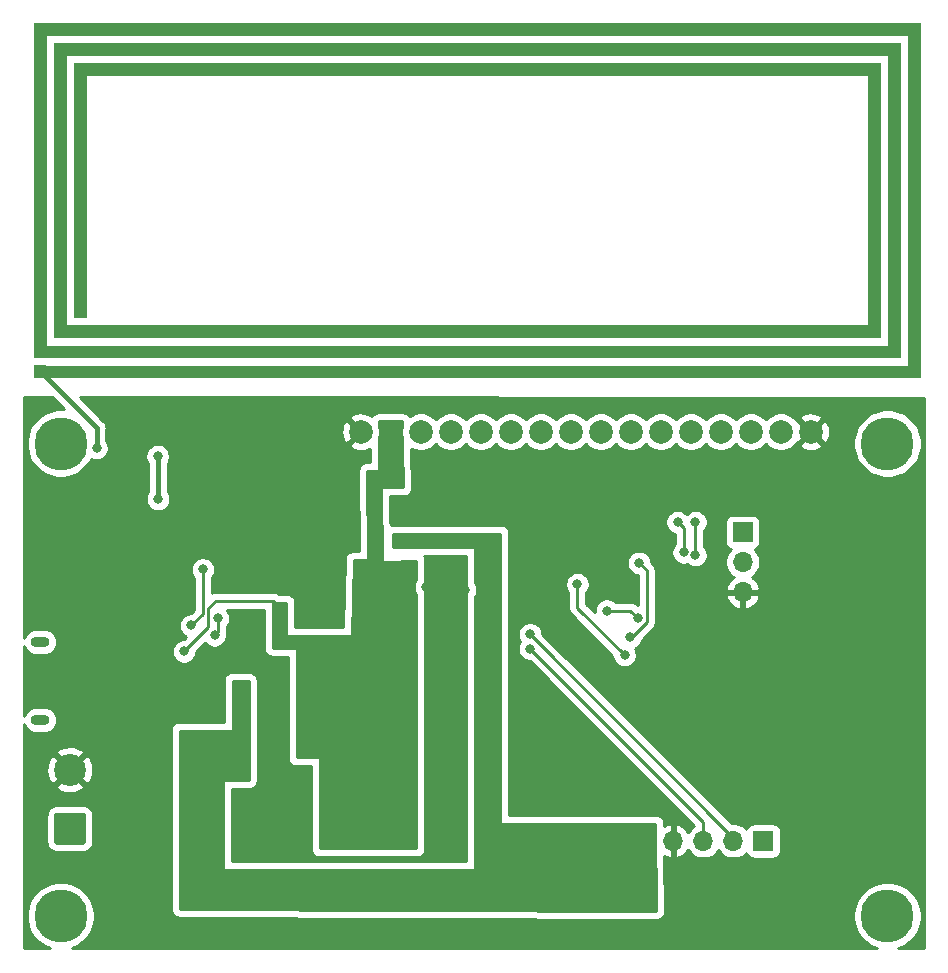
<source format=gbr>
G04 #@! TF.GenerationSoftware,KiCad,Pcbnew,(5.1.5)-3*
G04 #@! TF.CreationDate,2021-10-16T16:50:23+02:00*
G04 #@! TF.ProjectId,reader,72656164-6572-42e6-9b69-6361645f7063,rev?*
G04 #@! TF.SameCoordinates,Original*
G04 #@! TF.FileFunction,Copper,L2,Bot*
G04 #@! TF.FilePolarity,Positive*
%FSLAX46Y46*%
G04 Gerber Fmt 4.6, Leading zero omitted, Abs format (unit mm)*
G04 Created by KiCad (PCBNEW (5.1.5)-3) date 2021-10-16 16:50:23*
%MOMM*%
%LPD*%
G04 APERTURE LIST*
%ADD10C,0.010000*%
%ADD11C,2.000000*%
%ADD12C,4.500000*%
%ADD13O,1.700000X1.700000*%
%ADD14R,1.700000X1.700000*%
%ADD15R,1.000000X1.000000*%
%ADD16C,2.700000*%
%ADD17C,0.100000*%
%ADD18O,1.600000X0.900000*%
%ADD19C,0.800000*%
%ADD20C,0.400000*%
%ADD21C,0.250000*%
%ADD22C,0.254000*%
G04 APERTURE END LIST*
D10*
G36*
X186504691Y-75997355D02*
G01*
X186502042Y-60998125D01*
X111503250Y-60992831D01*
X111503250Y-89303250D01*
X184803425Y-89303250D01*
X184798125Y-62702042D01*
X148997354Y-62699395D01*
X113196584Y-62696747D01*
X113196584Y-87599334D01*
X183099500Y-87599334D01*
X183099500Y-64400667D01*
X114900500Y-64400667D01*
X114900500Y-85906000D01*
X115905917Y-85906000D01*
X115905917Y-65406084D01*
X182094084Y-65406084D01*
X182094084Y-86604500D01*
X114202000Y-86604500D01*
X114202000Y-63702167D01*
X183798000Y-63702167D01*
X183798000Y-88308417D01*
X112508667Y-88308417D01*
X112508667Y-61998250D01*
X185501917Y-61998250D01*
X185501917Y-90001750D01*
X111503250Y-90001750D01*
X111503250Y-90996584D01*
X186507341Y-90996584D01*
X186504691Y-75997355D01*
G37*
X186504691Y-75997355D02*
X186502042Y-60998125D01*
X111503250Y-60992831D01*
X111503250Y-89303250D01*
X184803425Y-89303250D01*
X184798125Y-62702042D01*
X148997354Y-62699395D01*
X113196584Y-62696747D01*
X113196584Y-87599334D01*
X183099500Y-87599334D01*
X183099500Y-64400667D01*
X114900500Y-64400667D01*
X114900500Y-85906000D01*
X115905917Y-85906000D01*
X115905917Y-65406084D01*
X182094084Y-65406084D01*
X182094084Y-86604500D01*
X114202000Y-86604500D01*
X114202000Y-63702167D01*
X183798000Y-63702167D01*
X183798000Y-88308417D01*
X112508667Y-88308417D01*
X112508667Y-61998250D01*
X185501917Y-61998250D01*
X185501917Y-90001750D01*
X111503250Y-90001750D01*
X111503250Y-90996584D01*
X186507341Y-90996584D01*
X186504691Y-75997355D01*
D11*
X139160000Y-95600000D03*
X141700000Y-95600000D03*
X144240000Y-95600000D03*
X146780000Y-95600000D03*
X149320000Y-95600000D03*
X151860000Y-95600000D03*
X154400000Y-95600000D03*
X156940000Y-95600000D03*
X159480000Y-95600000D03*
X162020000Y-95600000D03*
X164560000Y-95600000D03*
X167100000Y-95600000D03*
X169640000Y-95600000D03*
X172180000Y-95600000D03*
X174720000Y-95600000D03*
X177260000Y-95600000D03*
D12*
X183760000Y-136600000D03*
X113760000Y-136600000D03*
X113760000Y-96600000D03*
X183760000Y-96600000D03*
D13*
X163090000Y-130250000D03*
X165630000Y-130250000D03*
X168170000Y-130250000D03*
X170710000Y-130250000D03*
D14*
X173250000Y-130250000D03*
D15*
X115400000Y-85400000D03*
X112000000Y-90500000D03*
D16*
X114540000Y-124205000D03*
G04 #@! TA.AperFunction,ComponentPad*
D17*
G36*
X115664503Y-127856204D02*
G01*
X115688772Y-127859804D01*
X115712570Y-127865765D01*
X115735670Y-127874030D01*
X115757849Y-127884520D01*
X115778892Y-127897133D01*
X115798598Y-127911748D01*
X115816776Y-127928224D01*
X115833252Y-127946402D01*
X115847867Y-127966108D01*
X115860480Y-127987151D01*
X115870970Y-128009330D01*
X115879235Y-128032430D01*
X115885196Y-128056228D01*
X115888796Y-128080497D01*
X115890000Y-128105001D01*
X115890000Y-130304999D01*
X115888796Y-130329503D01*
X115885196Y-130353772D01*
X115879235Y-130377570D01*
X115870970Y-130400670D01*
X115860480Y-130422849D01*
X115847867Y-130443892D01*
X115833252Y-130463598D01*
X115816776Y-130481776D01*
X115798598Y-130498252D01*
X115778892Y-130512867D01*
X115757849Y-130525480D01*
X115735670Y-130535970D01*
X115712570Y-130544235D01*
X115688772Y-130550196D01*
X115664503Y-130553796D01*
X115639999Y-130555000D01*
X113440001Y-130555000D01*
X113415497Y-130553796D01*
X113391228Y-130550196D01*
X113367430Y-130544235D01*
X113344330Y-130535970D01*
X113322151Y-130525480D01*
X113301108Y-130512867D01*
X113281402Y-130498252D01*
X113263224Y-130481776D01*
X113246748Y-130463598D01*
X113232133Y-130443892D01*
X113219520Y-130422849D01*
X113209030Y-130400670D01*
X113200765Y-130377570D01*
X113194804Y-130353772D01*
X113191204Y-130329503D01*
X113190000Y-130304999D01*
X113190000Y-128105001D01*
X113191204Y-128080497D01*
X113194804Y-128056228D01*
X113200765Y-128032430D01*
X113209030Y-128009330D01*
X113219520Y-127987151D01*
X113232133Y-127966108D01*
X113246748Y-127946402D01*
X113263224Y-127928224D01*
X113281402Y-127911748D01*
X113301108Y-127897133D01*
X113322151Y-127884520D01*
X113344330Y-127874030D01*
X113367430Y-127865765D01*
X113391228Y-127859804D01*
X113415497Y-127856204D01*
X113440001Y-127855000D01*
X115639999Y-127855000D01*
X115664503Y-127856204D01*
G37*
G04 #@! TD.AperFunction*
D13*
X171500000Y-109180000D03*
X171500000Y-106640000D03*
D14*
X171500000Y-104100000D03*
D18*
X112040000Y-113405000D03*
X112040000Y-120005000D03*
D19*
X122000000Y-101300000D03*
X115500000Y-85499998D03*
X121975000Y-97674988D03*
X116800000Y-97000000D03*
X148000000Y-109000000D03*
X167750000Y-125000000D03*
X167500000Y-117000000D03*
X165250000Y-114000000D03*
X122400000Y-129600000D03*
X122400000Y-127300000D03*
X142300000Y-103000000D03*
X124800000Y-106200000D03*
X152400000Y-108300000D03*
X155800000Y-108400000D03*
X144700000Y-108750000D03*
X124910000Y-119460000D03*
X126900000Y-119420000D03*
X122720000Y-123400000D03*
X129240000Y-126220000D03*
X131490000Y-126350000D03*
X133970000Y-126410000D03*
X133810000Y-128410000D03*
X129360000Y-128290000D03*
X131680000Y-128320000D03*
X131710000Y-130450000D03*
X133590000Y-130450000D03*
X129640000Y-130480000D03*
X135410000Y-104790000D03*
X137150000Y-104920000D03*
X138560000Y-104770000D03*
X133700000Y-107625000D03*
X122675000Y-106100000D03*
X127150000Y-95850000D03*
X125475000Y-95850000D03*
X125375000Y-101225000D03*
X127150000Y-101175000D03*
X128400000Y-106575000D03*
X130350000Y-106725000D03*
X130275000Y-108750000D03*
X128425000Y-108725000D03*
X135150000Y-108750000D03*
X116260000Y-118170000D03*
X135650000Y-110650000D03*
X137300000Y-108700000D03*
X161752786Y-105405571D03*
X176510000Y-98440000D03*
X132425010Y-103960000D03*
X123300000Y-104500000D03*
X158240000Y-106960000D03*
X128915000Y-117705000D03*
X128915000Y-119380000D03*
X125165000Y-126250000D03*
X142300000Y-104750000D03*
X125650000Y-124450000D03*
X126900000Y-123200000D03*
X128200000Y-121900000D03*
X134500000Y-122250000D03*
X141000000Y-122500000D03*
X139600000Y-107800000D03*
X132400000Y-110600000D03*
X137500000Y-125000000D03*
X142500000Y-127500000D03*
X140000000Y-127500000D03*
X137500000Y-127500000D03*
X137500000Y-130000000D03*
X140000000Y-130000000D03*
X142500000Y-130000000D03*
X124200000Y-114200000D03*
X142500000Y-125000000D03*
X140000000Y-125000000D03*
X161512653Y-114512653D03*
X157500000Y-108499996D03*
X160000000Y-110750000D03*
X162637660Y-111387660D03*
X125800000Y-107250000D03*
X124800000Y-111999996D03*
X162736767Y-106711853D03*
X162000000Y-113000000D03*
X166000000Y-103250000D03*
X166500000Y-105824990D03*
X167500000Y-103250000D03*
X167498577Y-106053554D03*
X127076538Y-111400000D03*
X126800000Y-112850012D03*
X153500000Y-113975000D03*
X153500000Y-112750000D03*
D20*
X122000000Y-101300000D02*
X122000000Y-97699988D01*
X122000000Y-97699988D02*
X121975000Y-97674988D01*
X116800000Y-95300000D02*
X116800000Y-97000000D01*
X112000000Y-90500000D02*
X116800000Y-95300000D01*
D21*
X131711411Y-109911411D02*
X126903315Y-109911411D01*
X132400000Y-110600000D02*
X131711411Y-109911411D01*
X126250011Y-112149989D02*
X124200000Y-114200000D01*
X126903315Y-109911411D02*
X126250011Y-110564715D01*
X126250011Y-110564715D02*
X126250011Y-112149989D01*
X161512653Y-114512653D02*
X157500000Y-110500000D01*
X157500000Y-110500000D02*
X157500000Y-108499996D01*
X160000000Y-110750000D02*
X162000000Y-110750000D01*
X162000000Y-110750000D02*
X162637660Y-111387660D01*
X125800000Y-110999996D02*
X124800000Y-111999996D01*
X125800000Y-107250000D02*
X125800000Y-110999996D01*
X162098322Y-113000000D02*
X162000000Y-113000000D01*
X163362661Y-111735661D02*
X162098322Y-113000000D01*
X162736767Y-106711853D02*
X163362661Y-107337747D01*
X163362661Y-107337747D02*
X163362661Y-111735661D01*
X166500000Y-103750000D02*
X166500000Y-105824990D01*
X166000000Y-103250000D02*
X166500000Y-103750000D01*
X167500000Y-106052131D02*
X167498577Y-106053554D01*
X167500000Y-103250000D02*
X167500000Y-106052131D01*
X127076538Y-112573474D02*
X126800000Y-112850012D01*
X127076538Y-111400000D02*
X127076538Y-112573474D01*
X168170000Y-130250000D02*
X168170000Y-128645000D01*
X168170000Y-128645000D02*
X153500000Y-113975000D01*
X170710000Y-129960000D02*
X170710000Y-130250000D01*
X153500000Y-112750000D02*
X170710000Y-129960000D01*
D22*
G36*
X113007634Y-92688501D02*
G01*
X114034132Y-93715000D01*
X113475852Y-93715000D01*
X112918477Y-93825869D01*
X112393440Y-94043346D01*
X111920920Y-94359074D01*
X111519074Y-94760920D01*
X111203346Y-95233440D01*
X110985869Y-95758477D01*
X110875000Y-96315852D01*
X110875000Y-96884148D01*
X110985869Y-97441523D01*
X111203346Y-97966560D01*
X111519074Y-98439080D01*
X111920920Y-98840926D01*
X112393440Y-99156654D01*
X112918477Y-99374131D01*
X113475852Y-99485000D01*
X114044148Y-99485000D01*
X114601523Y-99374131D01*
X115126560Y-99156654D01*
X115599080Y-98840926D01*
X116000926Y-98439080D01*
X116316654Y-97966560D01*
X116333092Y-97926876D01*
X116498102Y-97995226D01*
X116698061Y-98035000D01*
X116901939Y-98035000D01*
X117101898Y-97995226D01*
X117290256Y-97917205D01*
X117459774Y-97803937D01*
X117603937Y-97659774D01*
X117661884Y-97573049D01*
X120940000Y-97573049D01*
X120940000Y-97776927D01*
X120979774Y-97976886D01*
X121057795Y-98165244D01*
X121165001Y-98325689D01*
X121165000Y-100686715D01*
X121082795Y-100809744D01*
X121004774Y-100998102D01*
X120965000Y-101198061D01*
X120965000Y-101401939D01*
X121004774Y-101601898D01*
X121082795Y-101790256D01*
X121196063Y-101959774D01*
X121340226Y-102103937D01*
X121509744Y-102217205D01*
X121698102Y-102295226D01*
X121898061Y-102335000D01*
X122101939Y-102335000D01*
X122301898Y-102295226D01*
X122490256Y-102217205D01*
X122659774Y-102103937D01*
X122803937Y-101959774D01*
X122917205Y-101790256D01*
X122995226Y-101601898D01*
X123035000Y-101401939D01*
X123035000Y-101198061D01*
X122995226Y-100998102D01*
X122917205Y-100809744D01*
X122835000Y-100686715D01*
X122835000Y-98250858D01*
X122892205Y-98165244D01*
X122970226Y-97976886D01*
X123010000Y-97776927D01*
X123010000Y-97573049D01*
X122970226Y-97373090D01*
X122892205Y-97184732D01*
X122778937Y-97015214D01*
X122634774Y-96871051D01*
X122465256Y-96757783D01*
X122276898Y-96679762D01*
X122076939Y-96639988D01*
X121873061Y-96639988D01*
X121673102Y-96679762D01*
X121484744Y-96757783D01*
X121315226Y-96871051D01*
X121171063Y-97015214D01*
X121057795Y-97184732D01*
X120979774Y-97373090D01*
X120940000Y-97573049D01*
X117661884Y-97573049D01*
X117717205Y-97490256D01*
X117795226Y-97301898D01*
X117835000Y-97101939D01*
X117835000Y-96898061D01*
X117795226Y-96698102D01*
X117717205Y-96509744D01*
X117635000Y-96386715D01*
X117635000Y-95662595D01*
X137518282Y-95662595D01*
X137562039Y-95981675D01*
X137667205Y-96286088D01*
X137760186Y-96460044D01*
X138024587Y-96555808D01*
X138980395Y-95600000D01*
X138024587Y-94644192D01*
X137760186Y-94739956D01*
X137619296Y-95029571D01*
X137537616Y-95341108D01*
X137518282Y-95662595D01*
X117635000Y-95662595D01*
X117635000Y-95341018D01*
X117639040Y-95299999D01*
X117622918Y-95136311D01*
X117575172Y-94978913D01*
X117497636Y-94833854D01*
X117490810Y-94825537D01*
X117393291Y-94706709D01*
X117361428Y-94680560D01*
X115372552Y-92691684D01*
X186840000Y-92787880D01*
X186840001Y-139340000D01*
X184683923Y-139340000D01*
X185126560Y-139156654D01*
X185599080Y-138840926D01*
X186000926Y-138439080D01*
X186316654Y-137966560D01*
X186534131Y-137441523D01*
X186645000Y-136884148D01*
X186645000Y-136315852D01*
X186534131Y-135758477D01*
X186316654Y-135233440D01*
X186000926Y-134760920D01*
X185599080Y-134359074D01*
X185126560Y-134043346D01*
X184601523Y-133825869D01*
X184044148Y-133715000D01*
X183475852Y-133715000D01*
X182918477Y-133825869D01*
X182393440Y-134043346D01*
X181920920Y-134359074D01*
X181519074Y-134760920D01*
X181203346Y-135233440D01*
X180985869Y-135758477D01*
X180875000Y-136315852D01*
X180875000Y-136884148D01*
X180985869Y-137441523D01*
X181203346Y-137966560D01*
X181519074Y-138439080D01*
X181920920Y-138840926D01*
X182393440Y-139156654D01*
X182836077Y-139340000D01*
X114683923Y-139340000D01*
X115126560Y-139156654D01*
X115599080Y-138840926D01*
X116000926Y-138439080D01*
X116316654Y-137966560D01*
X116534131Y-137441523D01*
X116645000Y-136884148D01*
X116645000Y-136315852D01*
X116534131Y-135758477D01*
X116316654Y-135233440D01*
X116000926Y-134760920D01*
X115599080Y-134359074D01*
X115126560Y-134043346D01*
X114601523Y-133825869D01*
X114044148Y-133715000D01*
X113475852Y-133715000D01*
X112918477Y-133825869D01*
X112393440Y-134043346D01*
X111920920Y-134359074D01*
X111519074Y-134760920D01*
X111203346Y-135233440D01*
X110985869Y-135758477D01*
X110875000Y-136315852D01*
X110875000Y-136884148D01*
X110985869Y-137441523D01*
X111203346Y-137966560D01*
X111519074Y-138439080D01*
X111920920Y-138840926D01*
X112393440Y-139156654D01*
X112836077Y-139340000D01*
X110660000Y-139340000D01*
X110660000Y-128105001D01*
X112551928Y-128105001D01*
X112551928Y-130304999D01*
X112568992Y-130478253D01*
X112619529Y-130644850D01*
X112701595Y-130798386D01*
X112812039Y-130932961D01*
X112946614Y-131043405D01*
X113100150Y-131125471D01*
X113266747Y-131176008D01*
X113440001Y-131193072D01*
X115639999Y-131193072D01*
X115813253Y-131176008D01*
X115979850Y-131125471D01*
X116133386Y-131043405D01*
X116267961Y-130932961D01*
X116378405Y-130798386D01*
X116460471Y-130644850D01*
X116511008Y-130478253D01*
X116528072Y-130304999D01*
X116528072Y-128105001D01*
X116511008Y-127931747D01*
X116460471Y-127765150D01*
X116378405Y-127611614D01*
X116267961Y-127477039D01*
X116133386Y-127366595D01*
X115979850Y-127284529D01*
X115813253Y-127233992D01*
X115639999Y-127216928D01*
X113440001Y-127216928D01*
X113266747Y-127233992D01*
X113100150Y-127284529D01*
X112946614Y-127366595D01*
X112812039Y-127477039D01*
X112701595Y-127611614D01*
X112619529Y-127765150D01*
X112568992Y-127931747D01*
X112551928Y-128105001D01*
X110660000Y-128105001D01*
X110660000Y-125589838D01*
X113334767Y-125589838D01*
X113472724Y-125890044D01*
X113821967Y-126065882D01*
X114198804Y-126170207D01*
X114588753Y-126199009D01*
X114976828Y-126151184D01*
X115348116Y-126028568D01*
X115607276Y-125890044D01*
X115745233Y-125589838D01*
X114540000Y-124384605D01*
X113334767Y-125589838D01*
X110660000Y-125589838D01*
X110660000Y-124253753D01*
X112545991Y-124253753D01*
X112593816Y-124641828D01*
X112716432Y-125013116D01*
X112854956Y-125272276D01*
X113155162Y-125410233D01*
X114360395Y-124205000D01*
X114719605Y-124205000D01*
X115924838Y-125410233D01*
X116225044Y-125272276D01*
X116400882Y-124923033D01*
X116505207Y-124546196D01*
X116534009Y-124156247D01*
X116486184Y-123768172D01*
X116363568Y-123396884D01*
X116225044Y-123137724D01*
X115924838Y-122999767D01*
X114719605Y-124205000D01*
X114360395Y-124205000D01*
X113155162Y-122999767D01*
X112854956Y-123137724D01*
X112679118Y-123486967D01*
X112574793Y-123863804D01*
X112545991Y-124253753D01*
X110660000Y-124253753D01*
X110660000Y-122820162D01*
X113334767Y-122820162D01*
X114540000Y-124025395D01*
X115745233Y-122820162D01*
X115607276Y-122519956D01*
X115258033Y-122344118D01*
X114881196Y-122239793D01*
X114491247Y-122210991D01*
X114103172Y-122258816D01*
X113731884Y-122381432D01*
X113472724Y-122519956D01*
X113334767Y-122820162D01*
X110660000Y-122820162D01*
X110660000Y-120347253D01*
X110682741Y-120422220D01*
X110783491Y-120610710D01*
X110919078Y-120775922D01*
X111084290Y-120911509D01*
X111272780Y-121012259D01*
X111477303Y-121074300D01*
X111636706Y-121090000D01*
X112443294Y-121090000D01*
X112602697Y-121074300D01*
X112807220Y-121012259D01*
X112995710Y-120911509D01*
X113131583Y-120800000D01*
X123065000Y-120800000D01*
X123065000Y-127100000D01*
X123065010Y-127103528D01*
X123115010Y-136103528D01*
X123126597Y-136220806D01*
X123162144Y-136340105D01*
X123220282Y-136450176D01*
X123298776Y-136546791D01*
X123394611Y-136626235D01*
X123504103Y-136685457D01*
X123623045Y-136722179D01*
X123746865Y-136734992D01*
X164259365Y-136934992D01*
X164388430Y-136922388D01*
X164507432Y-136885861D01*
X164617022Y-136826820D01*
X164712987Y-136747533D01*
X164791641Y-136651048D01*
X164849960Y-136541073D01*
X164885703Y-136421833D01*
X164897497Y-136297911D01*
X164881815Y-131530565D01*
X165125901Y-131646825D01*
X165273110Y-131691476D01*
X165503000Y-131570155D01*
X165503000Y-130377000D01*
X165483000Y-130377000D01*
X165483000Y-130123000D01*
X165503000Y-130123000D01*
X165503000Y-128929845D01*
X165273110Y-128808524D01*
X165125901Y-128853175D01*
X164873403Y-128973442D01*
X164872497Y-128697911D01*
X164860299Y-128576118D01*
X164824164Y-128456996D01*
X164765483Y-128347213D01*
X164686513Y-128250987D01*
X164590287Y-128172017D01*
X164480504Y-128113336D01*
X164361382Y-128077201D01*
X164237500Y-128065000D01*
X151735000Y-128065000D01*
X151735000Y-112648061D01*
X152465000Y-112648061D01*
X152465000Y-112851939D01*
X152504774Y-113051898D01*
X152582795Y-113240256D01*
X152664476Y-113362500D01*
X152582795Y-113484744D01*
X152504774Y-113673102D01*
X152465000Y-113873061D01*
X152465000Y-114076939D01*
X152504774Y-114276898D01*
X152582795Y-114465256D01*
X152696063Y-114634774D01*
X152840226Y-114778937D01*
X153009744Y-114892205D01*
X153198102Y-114970226D01*
X153398061Y-115010000D01*
X153460199Y-115010000D01*
X167410001Y-128959803D01*
X167410001Y-128971821D01*
X167223368Y-129096525D01*
X167016525Y-129303368D01*
X166894805Y-129485534D01*
X166825178Y-129368645D01*
X166630269Y-129152412D01*
X166396920Y-128978359D01*
X166134099Y-128853175D01*
X165986890Y-128808524D01*
X165757000Y-128929845D01*
X165757000Y-130123000D01*
X165777000Y-130123000D01*
X165777000Y-130377000D01*
X165757000Y-130377000D01*
X165757000Y-131570155D01*
X165986890Y-131691476D01*
X166134099Y-131646825D01*
X166396920Y-131521641D01*
X166630269Y-131347588D01*
X166825178Y-131131355D01*
X166894805Y-131014466D01*
X167016525Y-131196632D01*
X167223368Y-131403475D01*
X167466589Y-131565990D01*
X167736842Y-131677932D01*
X168023740Y-131735000D01*
X168316260Y-131735000D01*
X168603158Y-131677932D01*
X168873411Y-131565990D01*
X169116632Y-131403475D01*
X169323475Y-131196632D01*
X169440000Y-131022240D01*
X169556525Y-131196632D01*
X169763368Y-131403475D01*
X170006589Y-131565990D01*
X170276842Y-131677932D01*
X170563740Y-131735000D01*
X170856260Y-131735000D01*
X171143158Y-131677932D01*
X171413411Y-131565990D01*
X171656632Y-131403475D01*
X171788487Y-131271620D01*
X171810498Y-131344180D01*
X171869463Y-131454494D01*
X171948815Y-131551185D01*
X172045506Y-131630537D01*
X172155820Y-131689502D01*
X172275518Y-131725812D01*
X172400000Y-131738072D01*
X174100000Y-131738072D01*
X174224482Y-131725812D01*
X174344180Y-131689502D01*
X174454494Y-131630537D01*
X174551185Y-131551185D01*
X174630537Y-131454494D01*
X174689502Y-131344180D01*
X174725812Y-131224482D01*
X174738072Y-131100000D01*
X174738072Y-129400000D01*
X174725812Y-129275518D01*
X174689502Y-129155820D01*
X174630537Y-129045506D01*
X174551185Y-128948815D01*
X174454494Y-128869463D01*
X174344180Y-128810498D01*
X174224482Y-128774188D01*
X174100000Y-128761928D01*
X172400000Y-128761928D01*
X172275518Y-128774188D01*
X172155820Y-128810498D01*
X172045506Y-128869463D01*
X171948815Y-128948815D01*
X171869463Y-129045506D01*
X171810498Y-129155820D01*
X171788487Y-129228380D01*
X171656632Y-129096525D01*
X171413411Y-128934010D01*
X171143158Y-128822068D01*
X170856260Y-128765000D01*
X170589803Y-128765000D01*
X154535000Y-112710199D01*
X154535000Y-112648061D01*
X154495226Y-112448102D01*
X154417205Y-112259744D01*
X154303937Y-112090226D01*
X154159774Y-111946063D01*
X153990256Y-111832795D01*
X153801898Y-111754774D01*
X153601939Y-111715000D01*
X153398061Y-111715000D01*
X153198102Y-111754774D01*
X153009744Y-111832795D01*
X152840226Y-111946063D01*
X152696063Y-112090226D01*
X152582795Y-112259744D01*
X152504774Y-112448102D01*
X152465000Y-112648061D01*
X151735000Y-112648061D01*
X151735000Y-108398057D01*
X156465000Y-108398057D01*
X156465000Y-108601935D01*
X156504774Y-108801894D01*
X156582795Y-108990252D01*
X156696063Y-109159770D01*
X156740001Y-109203708D01*
X156740000Y-110462677D01*
X156736324Y-110500000D01*
X156740000Y-110537322D01*
X156740000Y-110537332D01*
X156750997Y-110648985D01*
X156781639Y-110750000D01*
X156794454Y-110792246D01*
X156865026Y-110924276D01*
X156904180Y-110971985D01*
X156959999Y-111040001D01*
X156989003Y-111063804D01*
X160477653Y-114552455D01*
X160477653Y-114614592D01*
X160517427Y-114814551D01*
X160595448Y-115002909D01*
X160708716Y-115172427D01*
X160852879Y-115316590D01*
X161022397Y-115429858D01*
X161210755Y-115507879D01*
X161410714Y-115547653D01*
X161614592Y-115547653D01*
X161814551Y-115507879D01*
X162002909Y-115429858D01*
X162172427Y-115316590D01*
X162316590Y-115172427D01*
X162429858Y-115002909D01*
X162507879Y-114814551D01*
X162547653Y-114614592D01*
X162547653Y-114410714D01*
X162507879Y-114210755D01*
X162429858Y-114022397D01*
X162387900Y-113959602D01*
X162490256Y-113917205D01*
X162659774Y-113803937D01*
X162803937Y-113659774D01*
X162917205Y-113490256D01*
X162995226Y-113301898D01*
X163026015Y-113147108D01*
X163873664Y-112299460D01*
X163902662Y-112275662D01*
X163997635Y-112159937D01*
X164068207Y-112027908D01*
X164111664Y-111884647D01*
X164122661Y-111772994D01*
X164122661Y-111772985D01*
X164126337Y-111735662D01*
X164122661Y-111698339D01*
X164122661Y-109536890D01*
X170058524Y-109536890D01*
X170103175Y-109684099D01*
X170228359Y-109946920D01*
X170402412Y-110180269D01*
X170618645Y-110375178D01*
X170868748Y-110524157D01*
X171143109Y-110621481D01*
X171373000Y-110500814D01*
X171373000Y-109307000D01*
X171627000Y-109307000D01*
X171627000Y-110500814D01*
X171856891Y-110621481D01*
X172131252Y-110524157D01*
X172381355Y-110375178D01*
X172597588Y-110180269D01*
X172771641Y-109946920D01*
X172896825Y-109684099D01*
X172941476Y-109536890D01*
X172820155Y-109307000D01*
X171627000Y-109307000D01*
X171373000Y-109307000D01*
X170179845Y-109307000D01*
X170058524Y-109536890D01*
X164122661Y-109536890D01*
X164122661Y-107375072D01*
X164126337Y-107337747D01*
X164122661Y-107300422D01*
X164122661Y-107300414D01*
X164111664Y-107188761D01*
X164068207Y-107045500D01*
X163997635Y-106913471D01*
X163902662Y-106797746D01*
X163873665Y-106773949D01*
X163771767Y-106672051D01*
X163771767Y-106609914D01*
X163731993Y-106409955D01*
X163653972Y-106221597D01*
X163540704Y-106052079D01*
X163396541Y-105907916D01*
X163227023Y-105794648D01*
X163038665Y-105716627D01*
X162838706Y-105676853D01*
X162634828Y-105676853D01*
X162434869Y-105716627D01*
X162246511Y-105794648D01*
X162076993Y-105907916D01*
X161932830Y-106052079D01*
X161819562Y-106221597D01*
X161741541Y-106409955D01*
X161701767Y-106609914D01*
X161701767Y-106813792D01*
X161741541Y-107013751D01*
X161819562Y-107202109D01*
X161932830Y-107371627D01*
X162076993Y-107515790D01*
X162246511Y-107629058D01*
X162434869Y-107707079D01*
X162602661Y-107740455D01*
X162602662Y-110277860D01*
X162563803Y-110239002D01*
X162540001Y-110209999D01*
X162424276Y-110115026D01*
X162292247Y-110044454D01*
X162148986Y-110000997D01*
X162037333Y-109990000D01*
X162037322Y-109990000D01*
X162000000Y-109986324D01*
X161962678Y-109990000D01*
X160703711Y-109990000D01*
X160659774Y-109946063D01*
X160490256Y-109832795D01*
X160301898Y-109754774D01*
X160101939Y-109715000D01*
X159898061Y-109715000D01*
X159698102Y-109754774D01*
X159509744Y-109832795D01*
X159340226Y-109946063D01*
X159196063Y-110090226D01*
X159082795Y-110259744D01*
X159004774Y-110448102D01*
X158965000Y-110648061D01*
X158965000Y-110851939D01*
X158974500Y-110899699D01*
X158260000Y-110185199D01*
X158260000Y-109203707D01*
X158303937Y-109159770D01*
X158417205Y-108990252D01*
X158495226Y-108801894D01*
X158535000Y-108601935D01*
X158535000Y-108398057D01*
X158495226Y-108198098D01*
X158417205Y-108009740D01*
X158303937Y-107840222D01*
X158159774Y-107696059D01*
X157990256Y-107582791D01*
X157801898Y-107504770D01*
X157601939Y-107464996D01*
X157398061Y-107464996D01*
X157198102Y-107504770D01*
X157009744Y-107582791D01*
X156840226Y-107696059D01*
X156696063Y-107840222D01*
X156582795Y-108009740D01*
X156504774Y-108198098D01*
X156465000Y-108398057D01*
X151735000Y-108398057D01*
X151735000Y-104100000D01*
X151722799Y-103976118D01*
X151686664Y-103856996D01*
X151627983Y-103747213D01*
X151549013Y-103650987D01*
X151452787Y-103572017D01*
X151343004Y-103513336D01*
X151223882Y-103477201D01*
X151100000Y-103465000D01*
X141750000Y-103465000D01*
X141685229Y-103471379D01*
X141679951Y-103148061D01*
X164965000Y-103148061D01*
X164965000Y-103351939D01*
X165004774Y-103551898D01*
X165082795Y-103740256D01*
X165196063Y-103909774D01*
X165340226Y-104053937D01*
X165509744Y-104167205D01*
X165698102Y-104245226D01*
X165740000Y-104253560D01*
X165740001Y-105121278D01*
X165696063Y-105165216D01*
X165582795Y-105334734D01*
X165504774Y-105523092D01*
X165465000Y-105723051D01*
X165465000Y-105926929D01*
X165504774Y-106126888D01*
X165582795Y-106315246D01*
X165696063Y-106484764D01*
X165840226Y-106628927D01*
X166009744Y-106742195D01*
X166198102Y-106820216D01*
X166398061Y-106859990D01*
X166601939Y-106859990D01*
X166801589Y-106820277D01*
X166838803Y-106857491D01*
X167008321Y-106970759D01*
X167196679Y-107048780D01*
X167396638Y-107088554D01*
X167600516Y-107088554D01*
X167800475Y-107048780D01*
X167988833Y-106970759D01*
X168158351Y-106857491D01*
X168302514Y-106713328D01*
X168415782Y-106543810D01*
X168493803Y-106355452D01*
X168533577Y-106155493D01*
X168533577Y-105951615D01*
X168493803Y-105751656D01*
X168415782Y-105563298D01*
X168302514Y-105393780D01*
X168260000Y-105351266D01*
X168260000Y-103953711D01*
X168303937Y-103909774D01*
X168417205Y-103740256D01*
X168495226Y-103551898D01*
X168535000Y-103351939D01*
X168535000Y-103250000D01*
X170011928Y-103250000D01*
X170011928Y-104950000D01*
X170024188Y-105074482D01*
X170060498Y-105194180D01*
X170119463Y-105304494D01*
X170198815Y-105401185D01*
X170295506Y-105480537D01*
X170405820Y-105539502D01*
X170478380Y-105561513D01*
X170346525Y-105693368D01*
X170184010Y-105936589D01*
X170072068Y-106206842D01*
X170015000Y-106493740D01*
X170015000Y-106786260D01*
X170072068Y-107073158D01*
X170184010Y-107343411D01*
X170346525Y-107586632D01*
X170553368Y-107793475D01*
X170735534Y-107915195D01*
X170618645Y-107984822D01*
X170402412Y-108179731D01*
X170228359Y-108413080D01*
X170103175Y-108675901D01*
X170058524Y-108823110D01*
X170179845Y-109053000D01*
X171373000Y-109053000D01*
X171373000Y-109033000D01*
X171627000Y-109033000D01*
X171627000Y-109053000D01*
X172820155Y-109053000D01*
X172941476Y-108823110D01*
X172896825Y-108675901D01*
X172771641Y-108413080D01*
X172597588Y-108179731D01*
X172381355Y-107984822D01*
X172264466Y-107915195D01*
X172446632Y-107793475D01*
X172653475Y-107586632D01*
X172815990Y-107343411D01*
X172927932Y-107073158D01*
X172985000Y-106786260D01*
X172985000Y-106493740D01*
X172927932Y-106206842D01*
X172815990Y-105936589D01*
X172653475Y-105693368D01*
X172521620Y-105561513D01*
X172594180Y-105539502D01*
X172704494Y-105480537D01*
X172801185Y-105401185D01*
X172880537Y-105304494D01*
X172939502Y-105194180D01*
X172975812Y-105074482D01*
X172988072Y-104950000D01*
X172988072Y-103250000D01*
X172975812Y-103125518D01*
X172939502Y-103005820D01*
X172880537Y-102895506D01*
X172801185Y-102798815D01*
X172704494Y-102719463D01*
X172594180Y-102660498D01*
X172474482Y-102624188D01*
X172350000Y-102611928D01*
X170650000Y-102611928D01*
X170525518Y-102624188D01*
X170405820Y-102660498D01*
X170295506Y-102719463D01*
X170198815Y-102798815D01*
X170119463Y-102895506D01*
X170060498Y-103005820D01*
X170024188Y-103125518D01*
X170011928Y-103250000D01*
X168535000Y-103250000D01*
X168535000Y-103148061D01*
X168495226Y-102948102D01*
X168417205Y-102759744D01*
X168303937Y-102590226D01*
X168159774Y-102446063D01*
X167990256Y-102332795D01*
X167801898Y-102254774D01*
X167601939Y-102215000D01*
X167398061Y-102215000D01*
X167198102Y-102254774D01*
X167009744Y-102332795D01*
X166840226Y-102446063D01*
X166750000Y-102536289D01*
X166659774Y-102446063D01*
X166490256Y-102332795D01*
X166301898Y-102254774D01*
X166101939Y-102215000D01*
X165898061Y-102215000D01*
X165698102Y-102254774D01*
X165509744Y-102332795D01*
X165340226Y-102446063D01*
X165196063Y-102590226D01*
X165082795Y-102759744D01*
X165004774Y-102948102D01*
X164965000Y-103148061D01*
X141679951Y-103148061D01*
X141645740Y-101052684D01*
X142832844Y-101084768D01*
X142982460Y-101071031D01*
X143101072Y-101033256D01*
X143210035Y-100973067D01*
X143305163Y-100892777D01*
X143382799Y-100795472D01*
X143439959Y-100684890D01*
X143474448Y-100565281D01*
X143484940Y-100441242D01*
X143437895Y-97030448D01*
X143465537Y-97048918D01*
X143763088Y-97172168D01*
X144078967Y-97235000D01*
X144401033Y-97235000D01*
X144716912Y-97172168D01*
X145014463Y-97048918D01*
X145282252Y-96869987D01*
X145509987Y-96642252D01*
X145510000Y-96642233D01*
X145510013Y-96642252D01*
X145737748Y-96869987D01*
X146005537Y-97048918D01*
X146303088Y-97172168D01*
X146618967Y-97235000D01*
X146941033Y-97235000D01*
X147256912Y-97172168D01*
X147554463Y-97048918D01*
X147822252Y-96869987D01*
X148049987Y-96642252D01*
X148050000Y-96642233D01*
X148050013Y-96642252D01*
X148277748Y-96869987D01*
X148545537Y-97048918D01*
X148843088Y-97172168D01*
X149158967Y-97235000D01*
X149481033Y-97235000D01*
X149796912Y-97172168D01*
X150094463Y-97048918D01*
X150362252Y-96869987D01*
X150589987Y-96642252D01*
X150590000Y-96642233D01*
X150590013Y-96642252D01*
X150817748Y-96869987D01*
X151085537Y-97048918D01*
X151383088Y-97172168D01*
X151698967Y-97235000D01*
X152021033Y-97235000D01*
X152336912Y-97172168D01*
X152634463Y-97048918D01*
X152902252Y-96869987D01*
X153129987Y-96642252D01*
X153130000Y-96642233D01*
X153130013Y-96642252D01*
X153357748Y-96869987D01*
X153625537Y-97048918D01*
X153923088Y-97172168D01*
X154238967Y-97235000D01*
X154561033Y-97235000D01*
X154876912Y-97172168D01*
X155174463Y-97048918D01*
X155442252Y-96869987D01*
X155669987Y-96642252D01*
X155670000Y-96642233D01*
X155670013Y-96642252D01*
X155897748Y-96869987D01*
X156165537Y-97048918D01*
X156463088Y-97172168D01*
X156778967Y-97235000D01*
X157101033Y-97235000D01*
X157416912Y-97172168D01*
X157714463Y-97048918D01*
X157982252Y-96869987D01*
X158209987Y-96642252D01*
X158210000Y-96642233D01*
X158210013Y-96642252D01*
X158437748Y-96869987D01*
X158705537Y-97048918D01*
X159003088Y-97172168D01*
X159318967Y-97235000D01*
X159641033Y-97235000D01*
X159956912Y-97172168D01*
X160254463Y-97048918D01*
X160522252Y-96869987D01*
X160749987Y-96642252D01*
X160750000Y-96642233D01*
X160750013Y-96642252D01*
X160977748Y-96869987D01*
X161245537Y-97048918D01*
X161543088Y-97172168D01*
X161858967Y-97235000D01*
X162181033Y-97235000D01*
X162496912Y-97172168D01*
X162794463Y-97048918D01*
X163062252Y-96869987D01*
X163289987Y-96642252D01*
X163290000Y-96642233D01*
X163290013Y-96642252D01*
X163517748Y-96869987D01*
X163785537Y-97048918D01*
X164083088Y-97172168D01*
X164398967Y-97235000D01*
X164721033Y-97235000D01*
X165036912Y-97172168D01*
X165334463Y-97048918D01*
X165602252Y-96869987D01*
X165829987Y-96642252D01*
X165830000Y-96642233D01*
X165830013Y-96642252D01*
X166057748Y-96869987D01*
X166325537Y-97048918D01*
X166623088Y-97172168D01*
X166938967Y-97235000D01*
X167261033Y-97235000D01*
X167576912Y-97172168D01*
X167874463Y-97048918D01*
X168142252Y-96869987D01*
X168369987Y-96642252D01*
X168370000Y-96642233D01*
X168370013Y-96642252D01*
X168597748Y-96869987D01*
X168865537Y-97048918D01*
X169163088Y-97172168D01*
X169478967Y-97235000D01*
X169801033Y-97235000D01*
X170116912Y-97172168D01*
X170414463Y-97048918D01*
X170682252Y-96869987D01*
X170909987Y-96642252D01*
X170910000Y-96642233D01*
X170910013Y-96642252D01*
X171137748Y-96869987D01*
X171405537Y-97048918D01*
X171703088Y-97172168D01*
X172018967Y-97235000D01*
X172341033Y-97235000D01*
X172656912Y-97172168D01*
X172954463Y-97048918D01*
X173222252Y-96869987D01*
X173449987Y-96642252D01*
X173450000Y-96642233D01*
X173450013Y-96642252D01*
X173677748Y-96869987D01*
X173945537Y-97048918D01*
X174243088Y-97172168D01*
X174558967Y-97235000D01*
X174881033Y-97235000D01*
X175196912Y-97172168D01*
X175494463Y-97048918D01*
X175762252Y-96869987D01*
X175896826Y-96735413D01*
X176304192Y-96735413D01*
X176399956Y-96999814D01*
X176689571Y-97140704D01*
X177001108Y-97222384D01*
X177322595Y-97241718D01*
X177641675Y-97197961D01*
X177946088Y-97092795D01*
X178120044Y-96999814D01*
X178215808Y-96735413D01*
X177260000Y-95779605D01*
X176304192Y-96735413D01*
X175896826Y-96735413D01*
X175989987Y-96642252D01*
X176062720Y-96533400D01*
X176124587Y-96555808D01*
X177080395Y-95600000D01*
X177439605Y-95600000D01*
X178395413Y-96555808D01*
X178659814Y-96460044D01*
X178729959Y-96315852D01*
X180875000Y-96315852D01*
X180875000Y-96884148D01*
X180985869Y-97441523D01*
X181203346Y-97966560D01*
X181519074Y-98439080D01*
X181920920Y-98840926D01*
X182393440Y-99156654D01*
X182918477Y-99374131D01*
X183475852Y-99485000D01*
X184044148Y-99485000D01*
X184601523Y-99374131D01*
X185126560Y-99156654D01*
X185599080Y-98840926D01*
X186000926Y-98439080D01*
X186316654Y-97966560D01*
X186534131Y-97441523D01*
X186645000Y-96884148D01*
X186645000Y-96315852D01*
X186534131Y-95758477D01*
X186316654Y-95233440D01*
X186000926Y-94760920D01*
X185599080Y-94359074D01*
X185126560Y-94043346D01*
X184601523Y-93825869D01*
X184044148Y-93715000D01*
X183475852Y-93715000D01*
X182918477Y-93825869D01*
X182393440Y-94043346D01*
X181920920Y-94359074D01*
X181519074Y-94760920D01*
X181203346Y-95233440D01*
X180985869Y-95758477D01*
X180875000Y-96315852D01*
X178729959Y-96315852D01*
X178800704Y-96170429D01*
X178882384Y-95858892D01*
X178901718Y-95537405D01*
X178857961Y-95218325D01*
X178752795Y-94913912D01*
X178659814Y-94739956D01*
X178395413Y-94644192D01*
X177439605Y-95600000D01*
X177080395Y-95600000D01*
X176124587Y-94644192D01*
X176062720Y-94666600D01*
X175989987Y-94557748D01*
X175896826Y-94464587D01*
X176304192Y-94464587D01*
X177260000Y-95420395D01*
X178215808Y-94464587D01*
X178120044Y-94200186D01*
X177830429Y-94059296D01*
X177518892Y-93977616D01*
X177197405Y-93958282D01*
X176878325Y-94002039D01*
X176573912Y-94107205D01*
X176399956Y-94200186D01*
X176304192Y-94464587D01*
X175896826Y-94464587D01*
X175762252Y-94330013D01*
X175494463Y-94151082D01*
X175196912Y-94027832D01*
X174881033Y-93965000D01*
X174558967Y-93965000D01*
X174243088Y-94027832D01*
X173945537Y-94151082D01*
X173677748Y-94330013D01*
X173450013Y-94557748D01*
X173450000Y-94557767D01*
X173449987Y-94557748D01*
X173222252Y-94330013D01*
X172954463Y-94151082D01*
X172656912Y-94027832D01*
X172341033Y-93965000D01*
X172018967Y-93965000D01*
X171703088Y-94027832D01*
X171405537Y-94151082D01*
X171137748Y-94330013D01*
X170910013Y-94557748D01*
X170910000Y-94557767D01*
X170909987Y-94557748D01*
X170682252Y-94330013D01*
X170414463Y-94151082D01*
X170116912Y-94027832D01*
X169801033Y-93965000D01*
X169478967Y-93965000D01*
X169163088Y-94027832D01*
X168865537Y-94151082D01*
X168597748Y-94330013D01*
X168370013Y-94557748D01*
X168370000Y-94557767D01*
X168369987Y-94557748D01*
X168142252Y-94330013D01*
X167874463Y-94151082D01*
X167576912Y-94027832D01*
X167261033Y-93965000D01*
X166938967Y-93965000D01*
X166623088Y-94027832D01*
X166325537Y-94151082D01*
X166057748Y-94330013D01*
X165830013Y-94557748D01*
X165830000Y-94557767D01*
X165829987Y-94557748D01*
X165602252Y-94330013D01*
X165334463Y-94151082D01*
X165036912Y-94027832D01*
X164721033Y-93965000D01*
X164398967Y-93965000D01*
X164083088Y-94027832D01*
X163785537Y-94151082D01*
X163517748Y-94330013D01*
X163290013Y-94557748D01*
X163290000Y-94557767D01*
X163289987Y-94557748D01*
X163062252Y-94330013D01*
X162794463Y-94151082D01*
X162496912Y-94027832D01*
X162181033Y-93965000D01*
X161858967Y-93965000D01*
X161543088Y-94027832D01*
X161245537Y-94151082D01*
X160977748Y-94330013D01*
X160750013Y-94557748D01*
X160750000Y-94557767D01*
X160749987Y-94557748D01*
X160522252Y-94330013D01*
X160254463Y-94151082D01*
X159956912Y-94027832D01*
X159641033Y-93965000D01*
X159318967Y-93965000D01*
X159003088Y-94027832D01*
X158705537Y-94151082D01*
X158437748Y-94330013D01*
X158210013Y-94557748D01*
X158210000Y-94557767D01*
X158209987Y-94557748D01*
X157982252Y-94330013D01*
X157714463Y-94151082D01*
X157416912Y-94027832D01*
X157101033Y-93965000D01*
X156778967Y-93965000D01*
X156463088Y-94027832D01*
X156165537Y-94151082D01*
X155897748Y-94330013D01*
X155670013Y-94557748D01*
X155670000Y-94557767D01*
X155669987Y-94557748D01*
X155442252Y-94330013D01*
X155174463Y-94151082D01*
X154876912Y-94027832D01*
X154561033Y-93965000D01*
X154238967Y-93965000D01*
X153923088Y-94027832D01*
X153625537Y-94151082D01*
X153357748Y-94330013D01*
X153130013Y-94557748D01*
X153130000Y-94557767D01*
X153129987Y-94557748D01*
X152902252Y-94330013D01*
X152634463Y-94151082D01*
X152336912Y-94027832D01*
X152021033Y-93965000D01*
X151698967Y-93965000D01*
X151383088Y-94027832D01*
X151085537Y-94151082D01*
X150817748Y-94330013D01*
X150590013Y-94557748D01*
X150590000Y-94557767D01*
X150589987Y-94557748D01*
X150362252Y-94330013D01*
X150094463Y-94151082D01*
X149796912Y-94027832D01*
X149481033Y-93965000D01*
X149158967Y-93965000D01*
X148843088Y-94027832D01*
X148545537Y-94151082D01*
X148277748Y-94330013D01*
X148050013Y-94557748D01*
X148050000Y-94557767D01*
X148049987Y-94557748D01*
X147822252Y-94330013D01*
X147554463Y-94151082D01*
X147256912Y-94027832D01*
X146941033Y-93965000D01*
X146618967Y-93965000D01*
X146303088Y-94027832D01*
X146005537Y-94151082D01*
X145737748Y-94330013D01*
X145510013Y-94557748D01*
X145510000Y-94557767D01*
X145509987Y-94557748D01*
X145282252Y-94330013D01*
X145014463Y-94151082D01*
X144716912Y-94027832D01*
X144401033Y-93965000D01*
X144078967Y-93965000D01*
X143763088Y-94027832D01*
X143465537Y-94151082D01*
X143325746Y-94244487D01*
X143249013Y-94150987D01*
X143152787Y-94072017D01*
X143043004Y-94013336D01*
X142923882Y-93977201D01*
X142800000Y-93965000D01*
X140600000Y-93965000D01*
X140476118Y-93977201D01*
X140356996Y-94013336D01*
X140247213Y-94072017D01*
X140150987Y-94150987D01*
X140072017Y-94247213D01*
X140051190Y-94286178D01*
X140020044Y-94200186D01*
X139730429Y-94059296D01*
X139418892Y-93977616D01*
X139097405Y-93958282D01*
X138778325Y-94002039D01*
X138473912Y-94107205D01*
X138299956Y-94200186D01*
X138204192Y-94464587D01*
X139160000Y-95420395D01*
X139174143Y-95406253D01*
X139353748Y-95585858D01*
X139339605Y-95600000D01*
X139353748Y-95614143D01*
X139174143Y-95793748D01*
X139160000Y-95779605D01*
X138204192Y-96735413D01*
X138299956Y-96999814D01*
X138589571Y-97140704D01*
X138901108Y-97222384D01*
X139222595Y-97241718D01*
X139541675Y-97197961D01*
X139846088Y-97092795D01*
X139965000Y-97029235D01*
X139965000Y-98165000D01*
X139600000Y-98165000D01*
X139471996Y-98178035D01*
X139353116Y-98214959D01*
X139243724Y-98274365D01*
X139148024Y-98353971D01*
X139069692Y-98450717D01*
X139011740Y-98560886D01*
X138976395Y-98680245D01*
X138965014Y-98804205D01*
X139010781Y-105715000D01*
X138450000Y-105715000D01*
X138340631Y-105724489D01*
X138220701Y-105757845D01*
X138109584Y-105813957D01*
X138011548Y-105890669D01*
X137930362Y-105985033D01*
X137869145Y-106093422D01*
X137830250Y-106211671D01*
X137815172Y-106335237D01*
X137679596Y-112165000D01*
X133635000Y-112165000D01*
X133635000Y-110000000D01*
X133622799Y-109876118D01*
X133586664Y-109756996D01*
X133527983Y-109647213D01*
X133449013Y-109550987D01*
X133352787Y-109472017D01*
X133243004Y-109413336D01*
X133123882Y-109377201D01*
X133000000Y-109365000D01*
X132243601Y-109365000D01*
X132135687Y-109276437D01*
X132003658Y-109205865D01*
X131860397Y-109162408D01*
X131748744Y-109151411D01*
X131748733Y-109151411D01*
X131711411Y-109147735D01*
X131674089Y-109151411D01*
X126940637Y-109151411D01*
X126903314Y-109147735D01*
X126865991Y-109151411D01*
X126865982Y-109151411D01*
X126754329Y-109162408D01*
X126611068Y-109205865D01*
X126560000Y-109233162D01*
X126560000Y-107953711D01*
X126603937Y-107909774D01*
X126717205Y-107740256D01*
X126795226Y-107551898D01*
X126835000Y-107351939D01*
X126835000Y-107148061D01*
X126795226Y-106948102D01*
X126717205Y-106759744D01*
X126603937Y-106590226D01*
X126459774Y-106446063D01*
X126290256Y-106332795D01*
X126101898Y-106254774D01*
X125901939Y-106215000D01*
X125698061Y-106215000D01*
X125498102Y-106254774D01*
X125309744Y-106332795D01*
X125140226Y-106446063D01*
X124996063Y-106590226D01*
X124882795Y-106759744D01*
X124804774Y-106948102D01*
X124765000Y-107148061D01*
X124765000Y-107351939D01*
X124804774Y-107551898D01*
X124882795Y-107740256D01*
X124996063Y-107909774D01*
X125040000Y-107953711D01*
X125040001Y-110685193D01*
X124760199Y-110964996D01*
X124698061Y-110964996D01*
X124498102Y-111004770D01*
X124309744Y-111082791D01*
X124140226Y-111196059D01*
X123996063Y-111340222D01*
X123882795Y-111509740D01*
X123804774Y-111698098D01*
X123765000Y-111898057D01*
X123765000Y-112101935D01*
X123804774Y-112301894D01*
X123882795Y-112490252D01*
X123996063Y-112659770D01*
X124140226Y-112803933D01*
X124309744Y-112917201D01*
X124379220Y-112945979D01*
X124160199Y-113165000D01*
X124098061Y-113165000D01*
X123898102Y-113204774D01*
X123709744Y-113282795D01*
X123540226Y-113396063D01*
X123396063Y-113540226D01*
X123282795Y-113709744D01*
X123204774Y-113898102D01*
X123165000Y-114098061D01*
X123165000Y-114301939D01*
X123204774Y-114501898D01*
X123282795Y-114690256D01*
X123396063Y-114859774D01*
X123540226Y-115003937D01*
X123709744Y-115117205D01*
X123898102Y-115195226D01*
X124098061Y-115235000D01*
X124301939Y-115235000D01*
X124501898Y-115195226D01*
X124690256Y-115117205D01*
X124859774Y-115003937D01*
X125003937Y-114859774D01*
X125117205Y-114690256D01*
X125195226Y-114501898D01*
X125235000Y-114301939D01*
X125235000Y-114239801D01*
X125983627Y-113491174D01*
X125996063Y-113509786D01*
X126140226Y-113653949D01*
X126309744Y-113767217D01*
X126498102Y-113845238D01*
X126698061Y-113885012D01*
X126901939Y-113885012D01*
X127101898Y-113845238D01*
X127290256Y-113767217D01*
X127459774Y-113653949D01*
X127603937Y-113509786D01*
X127717205Y-113340268D01*
X127795226Y-113151910D01*
X127835000Y-112951951D01*
X127835000Y-112748073D01*
X127826986Y-112707785D01*
X127836538Y-112610807D01*
X127836538Y-112610799D01*
X127840214Y-112573474D01*
X127836538Y-112536149D01*
X127836538Y-112103711D01*
X127880475Y-112059774D01*
X127993743Y-111890256D01*
X128071764Y-111701898D01*
X128111538Y-111501939D01*
X128111538Y-111298061D01*
X128071764Y-111098102D01*
X127993743Y-110909744D01*
X127880475Y-110740226D01*
X127811660Y-110671411D01*
X130965000Y-110671411D01*
X130965000Y-114000000D01*
X130977201Y-114123882D01*
X131013336Y-114243004D01*
X131072017Y-114352787D01*
X131150987Y-114449013D01*
X131247213Y-114527983D01*
X131356996Y-114586664D01*
X131476118Y-114622799D01*
X131600000Y-114635000D01*
X132965000Y-114635000D01*
X132965000Y-123300000D01*
X132977201Y-123423882D01*
X133013336Y-123543004D01*
X133072017Y-123652787D01*
X133150987Y-123749013D01*
X133247213Y-123827983D01*
X133356996Y-123886664D01*
X133476118Y-123922799D01*
X133600000Y-123935000D01*
X134965000Y-123935000D01*
X134965000Y-131000000D01*
X134977201Y-131123882D01*
X135013336Y-131243004D01*
X135072017Y-131352787D01*
X135150987Y-131449013D01*
X135247213Y-131527983D01*
X135356996Y-131586664D01*
X135476118Y-131622799D01*
X135600000Y-131635000D01*
X144000000Y-131635000D01*
X144123882Y-131622799D01*
X144243004Y-131586664D01*
X144352787Y-131527983D01*
X144449013Y-131449013D01*
X144527983Y-131352787D01*
X144586664Y-131243004D01*
X144622799Y-131123882D01*
X144635000Y-131000000D01*
X144635000Y-106450000D01*
X144619388Y-106310058D01*
X144580185Y-106191910D01*
X144536546Y-106115112D01*
X148115000Y-106089552D01*
X148115000Y-131916500D01*
X128235000Y-131963497D01*
X128235000Y-125835000D01*
X129800000Y-125835000D01*
X129923882Y-125822799D01*
X130043004Y-125786664D01*
X130152787Y-125727983D01*
X130249013Y-125649013D01*
X130327983Y-125552787D01*
X130386664Y-125443004D01*
X130422799Y-125323882D01*
X130435000Y-125200000D01*
X130435000Y-116600000D01*
X130422799Y-116476118D01*
X130386664Y-116356996D01*
X130327983Y-116247213D01*
X130249013Y-116150987D01*
X130152787Y-116072017D01*
X130043004Y-116013336D01*
X129923882Y-115977201D01*
X129800000Y-115965000D01*
X128200000Y-115965000D01*
X128076118Y-115977201D01*
X127956996Y-116013336D01*
X127847213Y-116072017D01*
X127750987Y-116150987D01*
X127672017Y-116247213D01*
X127613336Y-116356996D01*
X127577201Y-116476118D01*
X127565000Y-116600000D01*
X127565000Y-120165000D01*
X123700000Y-120165000D01*
X123576118Y-120177201D01*
X123456996Y-120213336D01*
X123347213Y-120272017D01*
X123250987Y-120350987D01*
X123172017Y-120447213D01*
X123113336Y-120556996D01*
X123077201Y-120676118D01*
X123065000Y-120800000D01*
X113131583Y-120800000D01*
X113160922Y-120775922D01*
X113296509Y-120610710D01*
X113397259Y-120422220D01*
X113459300Y-120217697D01*
X113480249Y-120005000D01*
X113459300Y-119792303D01*
X113397259Y-119587780D01*
X113296509Y-119399290D01*
X113160922Y-119234078D01*
X112995710Y-119098491D01*
X112807220Y-118997741D01*
X112602697Y-118935700D01*
X112443294Y-118920000D01*
X111636706Y-118920000D01*
X111477303Y-118935700D01*
X111272780Y-118997741D01*
X111084290Y-119098491D01*
X110919078Y-119234078D01*
X110783491Y-119399290D01*
X110682741Y-119587780D01*
X110660000Y-119662747D01*
X110660000Y-113747253D01*
X110682741Y-113822220D01*
X110783491Y-114010710D01*
X110919078Y-114175922D01*
X111084290Y-114311509D01*
X111272780Y-114412259D01*
X111477303Y-114474300D01*
X111636706Y-114490000D01*
X112443294Y-114490000D01*
X112602697Y-114474300D01*
X112807220Y-114412259D01*
X112995710Y-114311509D01*
X113160922Y-114175922D01*
X113296509Y-114010710D01*
X113397259Y-113822220D01*
X113459300Y-113617697D01*
X113480249Y-113405000D01*
X113459300Y-113192303D01*
X113397259Y-112987780D01*
X113296509Y-112799290D01*
X113160922Y-112634078D01*
X112995710Y-112498491D01*
X112807220Y-112397741D01*
X112602697Y-112335700D01*
X112443294Y-112320000D01*
X111636706Y-112320000D01*
X111477303Y-112335700D01*
X111272780Y-112397741D01*
X111084290Y-112498491D01*
X110919078Y-112634078D01*
X110783491Y-112799290D01*
X110682741Y-112987780D01*
X110660000Y-113062747D01*
X110660000Y-92685341D01*
X113007634Y-92688501D01*
G37*
X113007634Y-92688501D02*
X114034132Y-93715000D01*
X113475852Y-93715000D01*
X112918477Y-93825869D01*
X112393440Y-94043346D01*
X111920920Y-94359074D01*
X111519074Y-94760920D01*
X111203346Y-95233440D01*
X110985869Y-95758477D01*
X110875000Y-96315852D01*
X110875000Y-96884148D01*
X110985869Y-97441523D01*
X111203346Y-97966560D01*
X111519074Y-98439080D01*
X111920920Y-98840926D01*
X112393440Y-99156654D01*
X112918477Y-99374131D01*
X113475852Y-99485000D01*
X114044148Y-99485000D01*
X114601523Y-99374131D01*
X115126560Y-99156654D01*
X115599080Y-98840926D01*
X116000926Y-98439080D01*
X116316654Y-97966560D01*
X116333092Y-97926876D01*
X116498102Y-97995226D01*
X116698061Y-98035000D01*
X116901939Y-98035000D01*
X117101898Y-97995226D01*
X117290256Y-97917205D01*
X117459774Y-97803937D01*
X117603937Y-97659774D01*
X117661884Y-97573049D01*
X120940000Y-97573049D01*
X120940000Y-97776927D01*
X120979774Y-97976886D01*
X121057795Y-98165244D01*
X121165001Y-98325689D01*
X121165000Y-100686715D01*
X121082795Y-100809744D01*
X121004774Y-100998102D01*
X120965000Y-101198061D01*
X120965000Y-101401939D01*
X121004774Y-101601898D01*
X121082795Y-101790256D01*
X121196063Y-101959774D01*
X121340226Y-102103937D01*
X121509744Y-102217205D01*
X121698102Y-102295226D01*
X121898061Y-102335000D01*
X122101939Y-102335000D01*
X122301898Y-102295226D01*
X122490256Y-102217205D01*
X122659774Y-102103937D01*
X122803937Y-101959774D01*
X122917205Y-101790256D01*
X122995226Y-101601898D01*
X123035000Y-101401939D01*
X123035000Y-101198061D01*
X122995226Y-100998102D01*
X122917205Y-100809744D01*
X122835000Y-100686715D01*
X122835000Y-98250858D01*
X122892205Y-98165244D01*
X122970226Y-97976886D01*
X123010000Y-97776927D01*
X123010000Y-97573049D01*
X122970226Y-97373090D01*
X122892205Y-97184732D01*
X122778937Y-97015214D01*
X122634774Y-96871051D01*
X122465256Y-96757783D01*
X122276898Y-96679762D01*
X122076939Y-96639988D01*
X121873061Y-96639988D01*
X121673102Y-96679762D01*
X121484744Y-96757783D01*
X121315226Y-96871051D01*
X121171063Y-97015214D01*
X121057795Y-97184732D01*
X120979774Y-97373090D01*
X120940000Y-97573049D01*
X117661884Y-97573049D01*
X117717205Y-97490256D01*
X117795226Y-97301898D01*
X117835000Y-97101939D01*
X117835000Y-96898061D01*
X117795226Y-96698102D01*
X117717205Y-96509744D01*
X117635000Y-96386715D01*
X117635000Y-95662595D01*
X137518282Y-95662595D01*
X137562039Y-95981675D01*
X137667205Y-96286088D01*
X137760186Y-96460044D01*
X138024587Y-96555808D01*
X138980395Y-95600000D01*
X138024587Y-94644192D01*
X137760186Y-94739956D01*
X137619296Y-95029571D01*
X137537616Y-95341108D01*
X137518282Y-95662595D01*
X117635000Y-95662595D01*
X117635000Y-95341018D01*
X117639040Y-95299999D01*
X117622918Y-95136311D01*
X117575172Y-94978913D01*
X117497636Y-94833854D01*
X117490810Y-94825537D01*
X117393291Y-94706709D01*
X117361428Y-94680560D01*
X115372552Y-92691684D01*
X186840000Y-92787880D01*
X186840001Y-139340000D01*
X184683923Y-139340000D01*
X185126560Y-139156654D01*
X185599080Y-138840926D01*
X186000926Y-138439080D01*
X186316654Y-137966560D01*
X186534131Y-137441523D01*
X186645000Y-136884148D01*
X186645000Y-136315852D01*
X186534131Y-135758477D01*
X186316654Y-135233440D01*
X186000926Y-134760920D01*
X185599080Y-134359074D01*
X185126560Y-134043346D01*
X184601523Y-133825869D01*
X184044148Y-133715000D01*
X183475852Y-133715000D01*
X182918477Y-133825869D01*
X182393440Y-134043346D01*
X181920920Y-134359074D01*
X181519074Y-134760920D01*
X181203346Y-135233440D01*
X180985869Y-135758477D01*
X180875000Y-136315852D01*
X180875000Y-136884148D01*
X180985869Y-137441523D01*
X181203346Y-137966560D01*
X181519074Y-138439080D01*
X181920920Y-138840926D01*
X182393440Y-139156654D01*
X182836077Y-139340000D01*
X114683923Y-139340000D01*
X115126560Y-139156654D01*
X115599080Y-138840926D01*
X116000926Y-138439080D01*
X116316654Y-137966560D01*
X116534131Y-137441523D01*
X116645000Y-136884148D01*
X116645000Y-136315852D01*
X116534131Y-135758477D01*
X116316654Y-135233440D01*
X116000926Y-134760920D01*
X115599080Y-134359074D01*
X115126560Y-134043346D01*
X114601523Y-133825869D01*
X114044148Y-133715000D01*
X113475852Y-133715000D01*
X112918477Y-133825869D01*
X112393440Y-134043346D01*
X111920920Y-134359074D01*
X111519074Y-134760920D01*
X111203346Y-135233440D01*
X110985869Y-135758477D01*
X110875000Y-136315852D01*
X110875000Y-136884148D01*
X110985869Y-137441523D01*
X111203346Y-137966560D01*
X111519074Y-138439080D01*
X111920920Y-138840926D01*
X112393440Y-139156654D01*
X112836077Y-139340000D01*
X110660000Y-139340000D01*
X110660000Y-128105001D01*
X112551928Y-128105001D01*
X112551928Y-130304999D01*
X112568992Y-130478253D01*
X112619529Y-130644850D01*
X112701595Y-130798386D01*
X112812039Y-130932961D01*
X112946614Y-131043405D01*
X113100150Y-131125471D01*
X113266747Y-131176008D01*
X113440001Y-131193072D01*
X115639999Y-131193072D01*
X115813253Y-131176008D01*
X115979850Y-131125471D01*
X116133386Y-131043405D01*
X116267961Y-130932961D01*
X116378405Y-130798386D01*
X116460471Y-130644850D01*
X116511008Y-130478253D01*
X116528072Y-130304999D01*
X116528072Y-128105001D01*
X116511008Y-127931747D01*
X116460471Y-127765150D01*
X116378405Y-127611614D01*
X116267961Y-127477039D01*
X116133386Y-127366595D01*
X115979850Y-127284529D01*
X115813253Y-127233992D01*
X115639999Y-127216928D01*
X113440001Y-127216928D01*
X113266747Y-127233992D01*
X113100150Y-127284529D01*
X112946614Y-127366595D01*
X112812039Y-127477039D01*
X112701595Y-127611614D01*
X112619529Y-127765150D01*
X112568992Y-127931747D01*
X112551928Y-128105001D01*
X110660000Y-128105001D01*
X110660000Y-125589838D01*
X113334767Y-125589838D01*
X113472724Y-125890044D01*
X113821967Y-126065882D01*
X114198804Y-126170207D01*
X114588753Y-126199009D01*
X114976828Y-126151184D01*
X115348116Y-126028568D01*
X115607276Y-125890044D01*
X115745233Y-125589838D01*
X114540000Y-124384605D01*
X113334767Y-125589838D01*
X110660000Y-125589838D01*
X110660000Y-124253753D01*
X112545991Y-124253753D01*
X112593816Y-124641828D01*
X112716432Y-125013116D01*
X112854956Y-125272276D01*
X113155162Y-125410233D01*
X114360395Y-124205000D01*
X114719605Y-124205000D01*
X115924838Y-125410233D01*
X116225044Y-125272276D01*
X116400882Y-124923033D01*
X116505207Y-124546196D01*
X116534009Y-124156247D01*
X116486184Y-123768172D01*
X116363568Y-123396884D01*
X116225044Y-123137724D01*
X115924838Y-122999767D01*
X114719605Y-124205000D01*
X114360395Y-124205000D01*
X113155162Y-122999767D01*
X112854956Y-123137724D01*
X112679118Y-123486967D01*
X112574793Y-123863804D01*
X112545991Y-124253753D01*
X110660000Y-124253753D01*
X110660000Y-122820162D01*
X113334767Y-122820162D01*
X114540000Y-124025395D01*
X115745233Y-122820162D01*
X115607276Y-122519956D01*
X115258033Y-122344118D01*
X114881196Y-122239793D01*
X114491247Y-122210991D01*
X114103172Y-122258816D01*
X113731884Y-122381432D01*
X113472724Y-122519956D01*
X113334767Y-122820162D01*
X110660000Y-122820162D01*
X110660000Y-120347253D01*
X110682741Y-120422220D01*
X110783491Y-120610710D01*
X110919078Y-120775922D01*
X111084290Y-120911509D01*
X111272780Y-121012259D01*
X111477303Y-121074300D01*
X111636706Y-121090000D01*
X112443294Y-121090000D01*
X112602697Y-121074300D01*
X112807220Y-121012259D01*
X112995710Y-120911509D01*
X113131583Y-120800000D01*
X123065000Y-120800000D01*
X123065000Y-127100000D01*
X123065010Y-127103528D01*
X123115010Y-136103528D01*
X123126597Y-136220806D01*
X123162144Y-136340105D01*
X123220282Y-136450176D01*
X123298776Y-136546791D01*
X123394611Y-136626235D01*
X123504103Y-136685457D01*
X123623045Y-136722179D01*
X123746865Y-136734992D01*
X164259365Y-136934992D01*
X164388430Y-136922388D01*
X164507432Y-136885861D01*
X164617022Y-136826820D01*
X164712987Y-136747533D01*
X164791641Y-136651048D01*
X164849960Y-136541073D01*
X164885703Y-136421833D01*
X164897497Y-136297911D01*
X164881815Y-131530565D01*
X165125901Y-131646825D01*
X165273110Y-131691476D01*
X165503000Y-131570155D01*
X165503000Y-130377000D01*
X165483000Y-130377000D01*
X165483000Y-130123000D01*
X165503000Y-130123000D01*
X165503000Y-128929845D01*
X165273110Y-128808524D01*
X165125901Y-128853175D01*
X164873403Y-128973442D01*
X164872497Y-128697911D01*
X164860299Y-128576118D01*
X164824164Y-128456996D01*
X164765483Y-128347213D01*
X164686513Y-128250987D01*
X164590287Y-128172017D01*
X164480504Y-128113336D01*
X164361382Y-128077201D01*
X164237500Y-128065000D01*
X151735000Y-128065000D01*
X151735000Y-112648061D01*
X152465000Y-112648061D01*
X152465000Y-112851939D01*
X152504774Y-113051898D01*
X152582795Y-113240256D01*
X152664476Y-113362500D01*
X152582795Y-113484744D01*
X152504774Y-113673102D01*
X152465000Y-113873061D01*
X152465000Y-114076939D01*
X152504774Y-114276898D01*
X152582795Y-114465256D01*
X152696063Y-114634774D01*
X152840226Y-114778937D01*
X153009744Y-114892205D01*
X153198102Y-114970226D01*
X153398061Y-115010000D01*
X153460199Y-115010000D01*
X167410001Y-128959803D01*
X167410001Y-128971821D01*
X167223368Y-129096525D01*
X167016525Y-129303368D01*
X166894805Y-129485534D01*
X166825178Y-129368645D01*
X166630269Y-129152412D01*
X166396920Y-128978359D01*
X166134099Y-128853175D01*
X165986890Y-128808524D01*
X165757000Y-128929845D01*
X165757000Y-130123000D01*
X165777000Y-130123000D01*
X165777000Y-130377000D01*
X165757000Y-130377000D01*
X165757000Y-131570155D01*
X165986890Y-131691476D01*
X166134099Y-131646825D01*
X166396920Y-131521641D01*
X166630269Y-131347588D01*
X166825178Y-131131355D01*
X166894805Y-131014466D01*
X167016525Y-131196632D01*
X167223368Y-131403475D01*
X167466589Y-131565990D01*
X167736842Y-131677932D01*
X168023740Y-131735000D01*
X168316260Y-131735000D01*
X168603158Y-131677932D01*
X168873411Y-131565990D01*
X169116632Y-131403475D01*
X169323475Y-131196632D01*
X169440000Y-131022240D01*
X169556525Y-131196632D01*
X169763368Y-131403475D01*
X170006589Y-131565990D01*
X170276842Y-131677932D01*
X170563740Y-131735000D01*
X170856260Y-131735000D01*
X171143158Y-131677932D01*
X171413411Y-131565990D01*
X171656632Y-131403475D01*
X171788487Y-131271620D01*
X171810498Y-131344180D01*
X171869463Y-131454494D01*
X171948815Y-131551185D01*
X172045506Y-131630537D01*
X172155820Y-131689502D01*
X172275518Y-131725812D01*
X172400000Y-131738072D01*
X174100000Y-131738072D01*
X174224482Y-131725812D01*
X174344180Y-131689502D01*
X174454494Y-131630537D01*
X174551185Y-131551185D01*
X174630537Y-131454494D01*
X174689502Y-131344180D01*
X174725812Y-131224482D01*
X174738072Y-131100000D01*
X174738072Y-129400000D01*
X174725812Y-129275518D01*
X174689502Y-129155820D01*
X174630537Y-129045506D01*
X174551185Y-128948815D01*
X174454494Y-128869463D01*
X174344180Y-128810498D01*
X174224482Y-128774188D01*
X174100000Y-128761928D01*
X172400000Y-128761928D01*
X172275518Y-128774188D01*
X172155820Y-128810498D01*
X172045506Y-128869463D01*
X171948815Y-128948815D01*
X171869463Y-129045506D01*
X171810498Y-129155820D01*
X171788487Y-129228380D01*
X171656632Y-129096525D01*
X171413411Y-128934010D01*
X171143158Y-128822068D01*
X170856260Y-128765000D01*
X170589803Y-128765000D01*
X154535000Y-112710199D01*
X154535000Y-112648061D01*
X154495226Y-112448102D01*
X154417205Y-112259744D01*
X154303937Y-112090226D01*
X154159774Y-111946063D01*
X153990256Y-111832795D01*
X153801898Y-111754774D01*
X153601939Y-111715000D01*
X153398061Y-111715000D01*
X153198102Y-111754774D01*
X153009744Y-111832795D01*
X152840226Y-111946063D01*
X152696063Y-112090226D01*
X152582795Y-112259744D01*
X152504774Y-112448102D01*
X152465000Y-112648061D01*
X151735000Y-112648061D01*
X151735000Y-108398057D01*
X156465000Y-108398057D01*
X156465000Y-108601935D01*
X156504774Y-108801894D01*
X156582795Y-108990252D01*
X156696063Y-109159770D01*
X156740001Y-109203708D01*
X156740000Y-110462677D01*
X156736324Y-110500000D01*
X156740000Y-110537322D01*
X156740000Y-110537332D01*
X156750997Y-110648985D01*
X156781639Y-110750000D01*
X156794454Y-110792246D01*
X156865026Y-110924276D01*
X156904180Y-110971985D01*
X156959999Y-111040001D01*
X156989003Y-111063804D01*
X160477653Y-114552455D01*
X160477653Y-114614592D01*
X160517427Y-114814551D01*
X160595448Y-115002909D01*
X160708716Y-115172427D01*
X160852879Y-115316590D01*
X161022397Y-115429858D01*
X161210755Y-115507879D01*
X161410714Y-115547653D01*
X161614592Y-115547653D01*
X161814551Y-115507879D01*
X162002909Y-115429858D01*
X162172427Y-115316590D01*
X162316590Y-115172427D01*
X162429858Y-115002909D01*
X162507879Y-114814551D01*
X162547653Y-114614592D01*
X162547653Y-114410714D01*
X162507879Y-114210755D01*
X162429858Y-114022397D01*
X162387900Y-113959602D01*
X162490256Y-113917205D01*
X162659774Y-113803937D01*
X162803937Y-113659774D01*
X162917205Y-113490256D01*
X162995226Y-113301898D01*
X163026015Y-113147108D01*
X163873664Y-112299460D01*
X163902662Y-112275662D01*
X163997635Y-112159937D01*
X164068207Y-112027908D01*
X164111664Y-111884647D01*
X164122661Y-111772994D01*
X164122661Y-111772985D01*
X164126337Y-111735662D01*
X164122661Y-111698339D01*
X164122661Y-109536890D01*
X170058524Y-109536890D01*
X170103175Y-109684099D01*
X170228359Y-109946920D01*
X170402412Y-110180269D01*
X170618645Y-110375178D01*
X170868748Y-110524157D01*
X171143109Y-110621481D01*
X171373000Y-110500814D01*
X171373000Y-109307000D01*
X171627000Y-109307000D01*
X171627000Y-110500814D01*
X171856891Y-110621481D01*
X172131252Y-110524157D01*
X172381355Y-110375178D01*
X172597588Y-110180269D01*
X172771641Y-109946920D01*
X172896825Y-109684099D01*
X172941476Y-109536890D01*
X172820155Y-109307000D01*
X171627000Y-109307000D01*
X171373000Y-109307000D01*
X170179845Y-109307000D01*
X170058524Y-109536890D01*
X164122661Y-109536890D01*
X164122661Y-107375072D01*
X164126337Y-107337747D01*
X164122661Y-107300422D01*
X164122661Y-107300414D01*
X164111664Y-107188761D01*
X164068207Y-107045500D01*
X163997635Y-106913471D01*
X163902662Y-106797746D01*
X163873665Y-106773949D01*
X163771767Y-106672051D01*
X163771767Y-106609914D01*
X163731993Y-106409955D01*
X163653972Y-106221597D01*
X163540704Y-106052079D01*
X163396541Y-105907916D01*
X163227023Y-105794648D01*
X163038665Y-105716627D01*
X162838706Y-105676853D01*
X162634828Y-105676853D01*
X162434869Y-105716627D01*
X162246511Y-105794648D01*
X162076993Y-105907916D01*
X161932830Y-106052079D01*
X161819562Y-106221597D01*
X161741541Y-106409955D01*
X161701767Y-106609914D01*
X161701767Y-106813792D01*
X161741541Y-107013751D01*
X161819562Y-107202109D01*
X161932830Y-107371627D01*
X162076993Y-107515790D01*
X162246511Y-107629058D01*
X162434869Y-107707079D01*
X162602661Y-107740455D01*
X162602662Y-110277860D01*
X162563803Y-110239002D01*
X162540001Y-110209999D01*
X162424276Y-110115026D01*
X162292247Y-110044454D01*
X162148986Y-110000997D01*
X162037333Y-109990000D01*
X162037322Y-109990000D01*
X162000000Y-109986324D01*
X161962678Y-109990000D01*
X160703711Y-109990000D01*
X160659774Y-109946063D01*
X160490256Y-109832795D01*
X160301898Y-109754774D01*
X160101939Y-109715000D01*
X159898061Y-109715000D01*
X159698102Y-109754774D01*
X159509744Y-109832795D01*
X159340226Y-109946063D01*
X159196063Y-110090226D01*
X159082795Y-110259744D01*
X159004774Y-110448102D01*
X158965000Y-110648061D01*
X158965000Y-110851939D01*
X158974500Y-110899699D01*
X158260000Y-110185199D01*
X158260000Y-109203707D01*
X158303937Y-109159770D01*
X158417205Y-108990252D01*
X158495226Y-108801894D01*
X158535000Y-108601935D01*
X158535000Y-108398057D01*
X158495226Y-108198098D01*
X158417205Y-108009740D01*
X158303937Y-107840222D01*
X158159774Y-107696059D01*
X157990256Y-107582791D01*
X157801898Y-107504770D01*
X157601939Y-107464996D01*
X157398061Y-107464996D01*
X157198102Y-107504770D01*
X157009744Y-107582791D01*
X156840226Y-107696059D01*
X156696063Y-107840222D01*
X156582795Y-108009740D01*
X156504774Y-108198098D01*
X156465000Y-108398057D01*
X151735000Y-108398057D01*
X151735000Y-104100000D01*
X151722799Y-103976118D01*
X151686664Y-103856996D01*
X151627983Y-103747213D01*
X151549013Y-103650987D01*
X151452787Y-103572017D01*
X151343004Y-103513336D01*
X151223882Y-103477201D01*
X151100000Y-103465000D01*
X141750000Y-103465000D01*
X141685229Y-103471379D01*
X141679951Y-103148061D01*
X164965000Y-103148061D01*
X164965000Y-103351939D01*
X165004774Y-103551898D01*
X165082795Y-103740256D01*
X165196063Y-103909774D01*
X165340226Y-104053937D01*
X165509744Y-104167205D01*
X165698102Y-104245226D01*
X165740000Y-104253560D01*
X165740001Y-105121278D01*
X165696063Y-105165216D01*
X165582795Y-105334734D01*
X165504774Y-105523092D01*
X165465000Y-105723051D01*
X165465000Y-105926929D01*
X165504774Y-106126888D01*
X165582795Y-106315246D01*
X165696063Y-106484764D01*
X165840226Y-106628927D01*
X166009744Y-106742195D01*
X166198102Y-106820216D01*
X166398061Y-106859990D01*
X166601939Y-106859990D01*
X166801589Y-106820277D01*
X166838803Y-106857491D01*
X167008321Y-106970759D01*
X167196679Y-107048780D01*
X167396638Y-107088554D01*
X167600516Y-107088554D01*
X167800475Y-107048780D01*
X167988833Y-106970759D01*
X168158351Y-106857491D01*
X168302514Y-106713328D01*
X168415782Y-106543810D01*
X168493803Y-106355452D01*
X168533577Y-106155493D01*
X168533577Y-105951615D01*
X168493803Y-105751656D01*
X168415782Y-105563298D01*
X168302514Y-105393780D01*
X168260000Y-105351266D01*
X168260000Y-103953711D01*
X168303937Y-103909774D01*
X168417205Y-103740256D01*
X168495226Y-103551898D01*
X168535000Y-103351939D01*
X168535000Y-103250000D01*
X170011928Y-103250000D01*
X170011928Y-104950000D01*
X170024188Y-105074482D01*
X170060498Y-105194180D01*
X170119463Y-105304494D01*
X170198815Y-105401185D01*
X170295506Y-105480537D01*
X170405820Y-105539502D01*
X170478380Y-105561513D01*
X170346525Y-105693368D01*
X170184010Y-105936589D01*
X170072068Y-106206842D01*
X170015000Y-106493740D01*
X170015000Y-106786260D01*
X170072068Y-107073158D01*
X170184010Y-107343411D01*
X170346525Y-107586632D01*
X170553368Y-107793475D01*
X170735534Y-107915195D01*
X170618645Y-107984822D01*
X170402412Y-108179731D01*
X170228359Y-108413080D01*
X170103175Y-108675901D01*
X170058524Y-108823110D01*
X170179845Y-109053000D01*
X171373000Y-109053000D01*
X171373000Y-109033000D01*
X171627000Y-109033000D01*
X171627000Y-109053000D01*
X172820155Y-109053000D01*
X172941476Y-108823110D01*
X172896825Y-108675901D01*
X172771641Y-108413080D01*
X172597588Y-108179731D01*
X172381355Y-107984822D01*
X172264466Y-107915195D01*
X172446632Y-107793475D01*
X172653475Y-107586632D01*
X172815990Y-107343411D01*
X172927932Y-107073158D01*
X172985000Y-106786260D01*
X172985000Y-106493740D01*
X172927932Y-106206842D01*
X172815990Y-105936589D01*
X172653475Y-105693368D01*
X172521620Y-105561513D01*
X172594180Y-105539502D01*
X172704494Y-105480537D01*
X172801185Y-105401185D01*
X172880537Y-105304494D01*
X172939502Y-105194180D01*
X172975812Y-105074482D01*
X172988072Y-104950000D01*
X172988072Y-103250000D01*
X172975812Y-103125518D01*
X172939502Y-103005820D01*
X172880537Y-102895506D01*
X172801185Y-102798815D01*
X172704494Y-102719463D01*
X172594180Y-102660498D01*
X172474482Y-102624188D01*
X172350000Y-102611928D01*
X170650000Y-102611928D01*
X170525518Y-102624188D01*
X170405820Y-102660498D01*
X170295506Y-102719463D01*
X170198815Y-102798815D01*
X170119463Y-102895506D01*
X170060498Y-103005820D01*
X170024188Y-103125518D01*
X170011928Y-103250000D01*
X168535000Y-103250000D01*
X168535000Y-103148061D01*
X168495226Y-102948102D01*
X168417205Y-102759744D01*
X168303937Y-102590226D01*
X168159774Y-102446063D01*
X167990256Y-102332795D01*
X167801898Y-102254774D01*
X167601939Y-102215000D01*
X167398061Y-102215000D01*
X167198102Y-102254774D01*
X167009744Y-102332795D01*
X166840226Y-102446063D01*
X166750000Y-102536289D01*
X166659774Y-102446063D01*
X166490256Y-102332795D01*
X166301898Y-102254774D01*
X166101939Y-102215000D01*
X165898061Y-102215000D01*
X165698102Y-102254774D01*
X165509744Y-102332795D01*
X165340226Y-102446063D01*
X165196063Y-102590226D01*
X165082795Y-102759744D01*
X165004774Y-102948102D01*
X164965000Y-103148061D01*
X141679951Y-103148061D01*
X141645740Y-101052684D01*
X142832844Y-101084768D01*
X142982460Y-101071031D01*
X143101072Y-101033256D01*
X143210035Y-100973067D01*
X143305163Y-100892777D01*
X143382799Y-100795472D01*
X143439959Y-100684890D01*
X143474448Y-100565281D01*
X143484940Y-100441242D01*
X143437895Y-97030448D01*
X143465537Y-97048918D01*
X143763088Y-97172168D01*
X144078967Y-97235000D01*
X144401033Y-97235000D01*
X144716912Y-97172168D01*
X145014463Y-97048918D01*
X145282252Y-96869987D01*
X145509987Y-96642252D01*
X145510000Y-96642233D01*
X145510013Y-96642252D01*
X145737748Y-96869987D01*
X146005537Y-97048918D01*
X146303088Y-97172168D01*
X146618967Y-97235000D01*
X146941033Y-97235000D01*
X147256912Y-97172168D01*
X147554463Y-97048918D01*
X147822252Y-96869987D01*
X148049987Y-96642252D01*
X148050000Y-96642233D01*
X148050013Y-96642252D01*
X148277748Y-96869987D01*
X148545537Y-97048918D01*
X148843088Y-97172168D01*
X149158967Y-97235000D01*
X149481033Y-97235000D01*
X149796912Y-97172168D01*
X150094463Y-97048918D01*
X150362252Y-96869987D01*
X150589987Y-96642252D01*
X150590000Y-96642233D01*
X150590013Y-96642252D01*
X150817748Y-96869987D01*
X151085537Y-97048918D01*
X151383088Y-97172168D01*
X151698967Y-97235000D01*
X152021033Y-97235000D01*
X152336912Y-97172168D01*
X152634463Y-97048918D01*
X152902252Y-96869987D01*
X153129987Y-96642252D01*
X153130000Y-96642233D01*
X153130013Y-96642252D01*
X153357748Y-96869987D01*
X153625537Y-97048918D01*
X153923088Y-97172168D01*
X154238967Y-97235000D01*
X154561033Y-97235000D01*
X154876912Y-97172168D01*
X155174463Y-97048918D01*
X155442252Y-96869987D01*
X155669987Y-96642252D01*
X155670000Y-96642233D01*
X155670013Y-96642252D01*
X155897748Y-96869987D01*
X156165537Y-97048918D01*
X156463088Y-97172168D01*
X156778967Y-97235000D01*
X157101033Y-97235000D01*
X157416912Y-97172168D01*
X157714463Y-97048918D01*
X157982252Y-96869987D01*
X158209987Y-96642252D01*
X158210000Y-96642233D01*
X158210013Y-96642252D01*
X158437748Y-96869987D01*
X158705537Y-97048918D01*
X159003088Y-97172168D01*
X159318967Y-97235000D01*
X159641033Y-97235000D01*
X159956912Y-97172168D01*
X160254463Y-97048918D01*
X160522252Y-96869987D01*
X160749987Y-96642252D01*
X160750000Y-96642233D01*
X160750013Y-96642252D01*
X160977748Y-96869987D01*
X161245537Y-97048918D01*
X161543088Y-97172168D01*
X161858967Y-97235000D01*
X162181033Y-97235000D01*
X162496912Y-97172168D01*
X162794463Y-97048918D01*
X163062252Y-96869987D01*
X163289987Y-96642252D01*
X163290000Y-96642233D01*
X163290013Y-96642252D01*
X163517748Y-96869987D01*
X163785537Y-97048918D01*
X164083088Y-97172168D01*
X164398967Y-97235000D01*
X164721033Y-97235000D01*
X165036912Y-97172168D01*
X165334463Y-97048918D01*
X165602252Y-96869987D01*
X165829987Y-96642252D01*
X165830000Y-96642233D01*
X165830013Y-96642252D01*
X166057748Y-96869987D01*
X166325537Y-97048918D01*
X166623088Y-97172168D01*
X166938967Y-97235000D01*
X167261033Y-97235000D01*
X167576912Y-97172168D01*
X167874463Y-97048918D01*
X168142252Y-96869987D01*
X168369987Y-96642252D01*
X168370000Y-96642233D01*
X168370013Y-96642252D01*
X168597748Y-96869987D01*
X168865537Y-97048918D01*
X169163088Y-97172168D01*
X169478967Y-97235000D01*
X169801033Y-97235000D01*
X170116912Y-97172168D01*
X170414463Y-97048918D01*
X170682252Y-96869987D01*
X170909987Y-96642252D01*
X170910000Y-96642233D01*
X170910013Y-96642252D01*
X171137748Y-96869987D01*
X171405537Y-97048918D01*
X171703088Y-97172168D01*
X172018967Y-97235000D01*
X172341033Y-97235000D01*
X172656912Y-97172168D01*
X172954463Y-97048918D01*
X173222252Y-96869987D01*
X173449987Y-96642252D01*
X173450000Y-96642233D01*
X173450013Y-96642252D01*
X173677748Y-96869987D01*
X173945537Y-97048918D01*
X174243088Y-97172168D01*
X174558967Y-97235000D01*
X174881033Y-97235000D01*
X175196912Y-97172168D01*
X175494463Y-97048918D01*
X175762252Y-96869987D01*
X175896826Y-96735413D01*
X176304192Y-96735413D01*
X176399956Y-96999814D01*
X176689571Y-97140704D01*
X177001108Y-97222384D01*
X177322595Y-97241718D01*
X177641675Y-97197961D01*
X177946088Y-97092795D01*
X178120044Y-96999814D01*
X178215808Y-96735413D01*
X177260000Y-95779605D01*
X176304192Y-96735413D01*
X175896826Y-96735413D01*
X175989987Y-96642252D01*
X176062720Y-96533400D01*
X176124587Y-96555808D01*
X177080395Y-95600000D01*
X177439605Y-95600000D01*
X178395413Y-96555808D01*
X178659814Y-96460044D01*
X178729959Y-96315852D01*
X180875000Y-96315852D01*
X180875000Y-96884148D01*
X180985869Y-97441523D01*
X181203346Y-97966560D01*
X181519074Y-98439080D01*
X181920920Y-98840926D01*
X182393440Y-99156654D01*
X182918477Y-99374131D01*
X183475852Y-99485000D01*
X184044148Y-99485000D01*
X184601523Y-99374131D01*
X185126560Y-99156654D01*
X185599080Y-98840926D01*
X186000926Y-98439080D01*
X186316654Y-97966560D01*
X186534131Y-97441523D01*
X186645000Y-96884148D01*
X186645000Y-96315852D01*
X186534131Y-95758477D01*
X186316654Y-95233440D01*
X186000926Y-94760920D01*
X185599080Y-94359074D01*
X185126560Y-94043346D01*
X184601523Y-93825869D01*
X184044148Y-93715000D01*
X183475852Y-93715000D01*
X182918477Y-93825869D01*
X182393440Y-94043346D01*
X181920920Y-94359074D01*
X181519074Y-94760920D01*
X181203346Y-95233440D01*
X180985869Y-95758477D01*
X180875000Y-96315852D01*
X178729959Y-96315852D01*
X178800704Y-96170429D01*
X178882384Y-95858892D01*
X178901718Y-95537405D01*
X178857961Y-95218325D01*
X178752795Y-94913912D01*
X178659814Y-94739956D01*
X178395413Y-94644192D01*
X177439605Y-95600000D01*
X177080395Y-95600000D01*
X176124587Y-94644192D01*
X176062720Y-94666600D01*
X175989987Y-94557748D01*
X175896826Y-94464587D01*
X176304192Y-94464587D01*
X177260000Y-95420395D01*
X178215808Y-94464587D01*
X178120044Y-94200186D01*
X177830429Y-94059296D01*
X177518892Y-93977616D01*
X177197405Y-93958282D01*
X176878325Y-94002039D01*
X176573912Y-94107205D01*
X176399956Y-94200186D01*
X176304192Y-94464587D01*
X175896826Y-94464587D01*
X175762252Y-94330013D01*
X175494463Y-94151082D01*
X175196912Y-94027832D01*
X174881033Y-93965000D01*
X174558967Y-93965000D01*
X174243088Y-94027832D01*
X173945537Y-94151082D01*
X173677748Y-94330013D01*
X173450013Y-94557748D01*
X173450000Y-94557767D01*
X173449987Y-94557748D01*
X173222252Y-94330013D01*
X172954463Y-94151082D01*
X172656912Y-94027832D01*
X172341033Y-93965000D01*
X172018967Y-93965000D01*
X171703088Y-94027832D01*
X171405537Y-94151082D01*
X171137748Y-94330013D01*
X170910013Y-94557748D01*
X170910000Y-94557767D01*
X170909987Y-94557748D01*
X170682252Y-94330013D01*
X170414463Y-94151082D01*
X170116912Y-94027832D01*
X169801033Y-93965000D01*
X169478967Y-93965000D01*
X169163088Y-94027832D01*
X168865537Y-94151082D01*
X168597748Y-94330013D01*
X168370013Y-94557748D01*
X168370000Y-94557767D01*
X168369987Y-94557748D01*
X168142252Y-94330013D01*
X167874463Y-94151082D01*
X167576912Y-94027832D01*
X167261033Y-93965000D01*
X166938967Y-93965000D01*
X166623088Y-94027832D01*
X166325537Y-94151082D01*
X166057748Y-94330013D01*
X165830013Y-94557748D01*
X165830000Y-94557767D01*
X165829987Y-94557748D01*
X165602252Y-94330013D01*
X165334463Y-94151082D01*
X165036912Y-94027832D01*
X164721033Y-93965000D01*
X164398967Y-93965000D01*
X164083088Y-94027832D01*
X163785537Y-94151082D01*
X163517748Y-94330013D01*
X163290013Y-94557748D01*
X163290000Y-94557767D01*
X163289987Y-94557748D01*
X163062252Y-94330013D01*
X162794463Y-94151082D01*
X162496912Y-94027832D01*
X162181033Y-93965000D01*
X161858967Y-93965000D01*
X161543088Y-94027832D01*
X161245537Y-94151082D01*
X160977748Y-94330013D01*
X160750013Y-94557748D01*
X160750000Y-94557767D01*
X160749987Y-94557748D01*
X160522252Y-94330013D01*
X160254463Y-94151082D01*
X159956912Y-94027832D01*
X159641033Y-93965000D01*
X159318967Y-93965000D01*
X159003088Y-94027832D01*
X158705537Y-94151082D01*
X158437748Y-94330013D01*
X158210013Y-94557748D01*
X158210000Y-94557767D01*
X158209987Y-94557748D01*
X157982252Y-94330013D01*
X157714463Y-94151082D01*
X157416912Y-94027832D01*
X157101033Y-93965000D01*
X156778967Y-93965000D01*
X156463088Y-94027832D01*
X156165537Y-94151082D01*
X155897748Y-94330013D01*
X155670013Y-94557748D01*
X155670000Y-94557767D01*
X155669987Y-94557748D01*
X155442252Y-94330013D01*
X155174463Y-94151082D01*
X154876912Y-94027832D01*
X154561033Y-93965000D01*
X154238967Y-93965000D01*
X153923088Y-94027832D01*
X153625537Y-94151082D01*
X153357748Y-94330013D01*
X153130013Y-94557748D01*
X153130000Y-94557767D01*
X153129987Y-94557748D01*
X152902252Y-94330013D01*
X152634463Y-94151082D01*
X152336912Y-94027832D01*
X152021033Y-93965000D01*
X151698967Y-93965000D01*
X151383088Y-94027832D01*
X151085537Y-94151082D01*
X150817748Y-94330013D01*
X150590013Y-94557748D01*
X150590000Y-94557767D01*
X150589987Y-94557748D01*
X150362252Y-94330013D01*
X150094463Y-94151082D01*
X149796912Y-94027832D01*
X149481033Y-93965000D01*
X149158967Y-93965000D01*
X148843088Y-94027832D01*
X148545537Y-94151082D01*
X148277748Y-94330013D01*
X148050013Y-94557748D01*
X148050000Y-94557767D01*
X148049987Y-94557748D01*
X147822252Y-94330013D01*
X147554463Y-94151082D01*
X147256912Y-94027832D01*
X146941033Y-93965000D01*
X146618967Y-93965000D01*
X146303088Y-94027832D01*
X146005537Y-94151082D01*
X145737748Y-94330013D01*
X145510013Y-94557748D01*
X145510000Y-94557767D01*
X145509987Y-94557748D01*
X145282252Y-94330013D01*
X145014463Y-94151082D01*
X144716912Y-94027832D01*
X144401033Y-93965000D01*
X144078967Y-93965000D01*
X143763088Y-94027832D01*
X143465537Y-94151082D01*
X143325746Y-94244487D01*
X143249013Y-94150987D01*
X143152787Y-94072017D01*
X143043004Y-94013336D01*
X142923882Y-93977201D01*
X142800000Y-93965000D01*
X140600000Y-93965000D01*
X140476118Y-93977201D01*
X140356996Y-94013336D01*
X140247213Y-94072017D01*
X140150987Y-94150987D01*
X140072017Y-94247213D01*
X140051190Y-94286178D01*
X140020044Y-94200186D01*
X139730429Y-94059296D01*
X139418892Y-93977616D01*
X139097405Y-93958282D01*
X138778325Y-94002039D01*
X138473912Y-94107205D01*
X138299956Y-94200186D01*
X138204192Y-94464587D01*
X139160000Y-95420395D01*
X139174143Y-95406253D01*
X139353748Y-95585858D01*
X139339605Y-95600000D01*
X139353748Y-95614143D01*
X139174143Y-95793748D01*
X139160000Y-95779605D01*
X138204192Y-96735413D01*
X138299956Y-96999814D01*
X138589571Y-97140704D01*
X138901108Y-97222384D01*
X139222595Y-97241718D01*
X139541675Y-97197961D01*
X139846088Y-97092795D01*
X139965000Y-97029235D01*
X139965000Y-98165000D01*
X139600000Y-98165000D01*
X139471996Y-98178035D01*
X139353116Y-98214959D01*
X139243724Y-98274365D01*
X139148024Y-98353971D01*
X139069692Y-98450717D01*
X139011740Y-98560886D01*
X138976395Y-98680245D01*
X138965014Y-98804205D01*
X139010781Y-105715000D01*
X138450000Y-105715000D01*
X138340631Y-105724489D01*
X138220701Y-105757845D01*
X138109584Y-105813957D01*
X138011548Y-105890669D01*
X137930362Y-105985033D01*
X137869145Y-106093422D01*
X137830250Y-106211671D01*
X137815172Y-106335237D01*
X137679596Y-112165000D01*
X133635000Y-112165000D01*
X133635000Y-110000000D01*
X133622799Y-109876118D01*
X133586664Y-109756996D01*
X133527983Y-109647213D01*
X133449013Y-109550987D01*
X133352787Y-109472017D01*
X133243004Y-109413336D01*
X133123882Y-109377201D01*
X133000000Y-109365000D01*
X132243601Y-109365000D01*
X132135687Y-109276437D01*
X132003658Y-109205865D01*
X131860397Y-109162408D01*
X131748744Y-109151411D01*
X131748733Y-109151411D01*
X131711411Y-109147735D01*
X131674089Y-109151411D01*
X126940637Y-109151411D01*
X126903314Y-109147735D01*
X126865991Y-109151411D01*
X126865982Y-109151411D01*
X126754329Y-109162408D01*
X126611068Y-109205865D01*
X126560000Y-109233162D01*
X126560000Y-107953711D01*
X126603937Y-107909774D01*
X126717205Y-107740256D01*
X126795226Y-107551898D01*
X126835000Y-107351939D01*
X126835000Y-107148061D01*
X126795226Y-106948102D01*
X126717205Y-106759744D01*
X126603937Y-106590226D01*
X126459774Y-106446063D01*
X126290256Y-106332795D01*
X126101898Y-106254774D01*
X125901939Y-106215000D01*
X125698061Y-106215000D01*
X125498102Y-106254774D01*
X125309744Y-106332795D01*
X125140226Y-106446063D01*
X124996063Y-106590226D01*
X124882795Y-106759744D01*
X124804774Y-106948102D01*
X124765000Y-107148061D01*
X124765000Y-107351939D01*
X124804774Y-107551898D01*
X124882795Y-107740256D01*
X124996063Y-107909774D01*
X125040000Y-107953711D01*
X125040001Y-110685193D01*
X124760199Y-110964996D01*
X124698061Y-110964996D01*
X124498102Y-111004770D01*
X124309744Y-111082791D01*
X124140226Y-111196059D01*
X123996063Y-111340222D01*
X123882795Y-111509740D01*
X123804774Y-111698098D01*
X123765000Y-111898057D01*
X123765000Y-112101935D01*
X123804774Y-112301894D01*
X123882795Y-112490252D01*
X123996063Y-112659770D01*
X124140226Y-112803933D01*
X124309744Y-112917201D01*
X124379220Y-112945979D01*
X124160199Y-113165000D01*
X124098061Y-113165000D01*
X123898102Y-113204774D01*
X123709744Y-113282795D01*
X123540226Y-113396063D01*
X123396063Y-113540226D01*
X123282795Y-113709744D01*
X123204774Y-113898102D01*
X123165000Y-114098061D01*
X123165000Y-114301939D01*
X123204774Y-114501898D01*
X123282795Y-114690256D01*
X123396063Y-114859774D01*
X123540226Y-115003937D01*
X123709744Y-115117205D01*
X123898102Y-115195226D01*
X124098061Y-115235000D01*
X124301939Y-115235000D01*
X124501898Y-115195226D01*
X124690256Y-115117205D01*
X124859774Y-115003937D01*
X125003937Y-114859774D01*
X125117205Y-114690256D01*
X125195226Y-114501898D01*
X125235000Y-114301939D01*
X125235000Y-114239801D01*
X125983627Y-113491174D01*
X125996063Y-113509786D01*
X126140226Y-113653949D01*
X126309744Y-113767217D01*
X126498102Y-113845238D01*
X126698061Y-113885012D01*
X126901939Y-113885012D01*
X127101898Y-113845238D01*
X127290256Y-113767217D01*
X127459774Y-113653949D01*
X127603937Y-113509786D01*
X127717205Y-113340268D01*
X127795226Y-113151910D01*
X127835000Y-112951951D01*
X127835000Y-112748073D01*
X127826986Y-112707785D01*
X127836538Y-112610807D01*
X127836538Y-112610799D01*
X127840214Y-112573474D01*
X127836538Y-112536149D01*
X127836538Y-112103711D01*
X127880475Y-112059774D01*
X127993743Y-111890256D01*
X128071764Y-111701898D01*
X128111538Y-111501939D01*
X128111538Y-111298061D01*
X128071764Y-111098102D01*
X127993743Y-110909744D01*
X127880475Y-110740226D01*
X127811660Y-110671411D01*
X130965000Y-110671411D01*
X130965000Y-114000000D01*
X130977201Y-114123882D01*
X131013336Y-114243004D01*
X131072017Y-114352787D01*
X131150987Y-114449013D01*
X131247213Y-114527983D01*
X131356996Y-114586664D01*
X131476118Y-114622799D01*
X131600000Y-114635000D01*
X132965000Y-114635000D01*
X132965000Y-123300000D01*
X132977201Y-123423882D01*
X133013336Y-123543004D01*
X133072017Y-123652787D01*
X133150987Y-123749013D01*
X133247213Y-123827983D01*
X133356996Y-123886664D01*
X133476118Y-123922799D01*
X133600000Y-123935000D01*
X134965000Y-123935000D01*
X134965000Y-131000000D01*
X134977201Y-131123882D01*
X135013336Y-131243004D01*
X135072017Y-131352787D01*
X135150987Y-131449013D01*
X135247213Y-131527983D01*
X135356996Y-131586664D01*
X135476118Y-131622799D01*
X135600000Y-131635000D01*
X144000000Y-131635000D01*
X144123882Y-131622799D01*
X144243004Y-131586664D01*
X144352787Y-131527983D01*
X144449013Y-131449013D01*
X144527983Y-131352787D01*
X144586664Y-131243004D01*
X144622799Y-131123882D01*
X144635000Y-131000000D01*
X144635000Y-106450000D01*
X144619388Y-106310058D01*
X144580185Y-106191910D01*
X144536546Y-106115112D01*
X148115000Y-106089552D01*
X148115000Y-131916500D01*
X128235000Y-131963497D01*
X128235000Y-125835000D01*
X129800000Y-125835000D01*
X129923882Y-125822799D01*
X130043004Y-125786664D01*
X130152787Y-125727983D01*
X130249013Y-125649013D01*
X130327983Y-125552787D01*
X130386664Y-125443004D01*
X130422799Y-125323882D01*
X130435000Y-125200000D01*
X130435000Y-116600000D01*
X130422799Y-116476118D01*
X130386664Y-116356996D01*
X130327983Y-116247213D01*
X130249013Y-116150987D01*
X130152787Y-116072017D01*
X130043004Y-116013336D01*
X129923882Y-115977201D01*
X129800000Y-115965000D01*
X128200000Y-115965000D01*
X128076118Y-115977201D01*
X127956996Y-116013336D01*
X127847213Y-116072017D01*
X127750987Y-116150987D01*
X127672017Y-116247213D01*
X127613336Y-116356996D01*
X127577201Y-116476118D01*
X127565000Y-116600000D01*
X127565000Y-120165000D01*
X123700000Y-120165000D01*
X123576118Y-120177201D01*
X123456996Y-120213336D01*
X123347213Y-120272017D01*
X123250987Y-120350987D01*
X123172017Y-120447213D01*
X123113336Y-120556996D01*
X123077201Y-120676118D01*
X123065000Y-120800000D01*
X113131583Y-120800000D01*
X113160922Y-120775922D01*
X113296509Y-120610710D01*
X113397259Y-120422220D01*
X113459300Y-120217697D01*
X113480249Y-120005000D01*
X113459300Y-119792303D01*
X113397259Y-119587780D01*
X113296509Y-119399290D01*
X113160922Y-119234078D01*
X112995710Y-119098491D01*
X112807220Y-118997741D01*
X112602697Y-118935700D01*
X112443294Y-118920000D01*
X111636706Y-118920000D01*
X111477303Y-118935700D01*
X111272780Y-118997741D01*
X111084290Y-119098491D01*
X110919078Y-119234078D01*
X110783491Y-119399290D01*
X110682741Y-119587780D01*
X110660000Y-119662747D01*
X110660000Y-113747253D01*
X110682741Y-113822220D01*
X110783491Y-114010710D01*
X110919078Y-114175922D01*
X111084290Y-114311509D01*
X111272780Y-114412259D01*
X111477303Y-114474300D01*
X111636706Y-114490000D01*
X112443294Y-114490000D01*
X112602697Y-114474300D01*
X112807220Y-114412259D01*
X112995710Y-114311509D01*
X113160922Y-114175922D01*
X113296509Y-114010710D01*
X113397259Y-113822220D01*
X113459300Y-113617697D01*
X113480249Y-113405000D01*
X113459300Y-113192303D01*
X113397259Y-112987780D01*
X113296509Y-112799290D01*
X113160922Y-112634078D01*
X112995710Y-112498491D01*
X112807220Y-112397741D01*
X112602697Y-112335700D01*
X112443294Y-112320000D01*
X111636706Y-112320000D01*
X111477303Y-112335700D01*
X111272780Y-112397741D01*
X111084290Y-112498491D01*
X110919078Y-112634078D01*
X110783491Y-112799290D01*
X110682741Y-112987780D01*
X110660000Y-113062747D01*
X110660000Y-92685341D01*
X113007634Y-92688501D01*
G36*
X142673000Y-95110611D02*
G01*
X142667832Y-95123088D01*
X142605000Y-95438967D01*
X142605000Y-95761033D01*
X142667832Y-96076912D01*
X142673000Y-96089389D01*
X142673000Y-96825000D01*
X142673012Y-96826752D01*
X142721187Y-100319472D01*
X141003431Y-100273046D01*
X140978598Y-100274816D01*
X140954587Y-100281397D01*
X140932321Y-100292536D01*
X140912656Y-100307804D01*
X140896348Y-100326615D01*
X140884023Y-100348247D01*
X140876155Y-100371867D01*
X140873017Y-100402073D01*
X140973017Y-106527073D01*
X140975861Y-106551807D01*
X140983476Y-106575510D01*
X140995569Y-106597272D01*
X141011675Y-106616257D01*
X141031176Y-106631734D01*
X141053321Y-106643110D01*
X141077260Y-106649948D01*
X141103283Y-106651958D01*
X143873000Y-106580327D01*
X143873000Y-108124742D01*
X143782795Y-108259744D01*
X143704774Y-108448102D01*
X143665000Y-108648061D01*
X143665000Y-108851939D01*
X143704774Y-109051898D01*
X143782795Y-109240256D01*
X143873000Y-109375258D01*
X143873000Y-130873000D01*
X135727000Y-130873000D01*
X135727000Y-123300000D01*
X135724560Y-123275224D01*
X135717333Y-123251399D01*
X135705597Y-123229443D01*
X135689803Y-123210197D01*
X135670557Y-123194403D01*
X135648601Y-123182667D01*
X135624776Y-123175440D01*
X135600000Y-123173000D01*
X133727000Y-123173000D01*
X133727000Y-114000000D01*
X133724560Y-113975224D01*
X133717333Y-113951399D01*
X133705597Y-113929443D01*
X133689803Y-113910197D01*
X133670557Y-113894403D01*
X133648601Y-113882667D01*
X133624776Y-113875440D01*
X133600000Y-113873000D01*
X131727000Y-113873000D01*
X131727000Y-110127000D01*
X132873000Y-110127000D01*
X132873000Y-112800000D01*
X132875440Y-112824776D01*
X132882667Y-112848601D01*
X132894403Y-112870557D01*
X132910197Y-112889803D01*
X132929443Y-112905597D01*
X132951399Y-112917333D01*
X132975224Y-112924560D01*
X133000000Y-112927000D01*
X138300000Y-112927000D01*
X138324776Y-112924560D01*
X138348601Y-112917333D01*
X138370557Y-112905597D01*
X138389803Y-112889803D01*
X138405597Y-112870557D01*
X138417333Y-112848601D01*
X138424560Y-112824776D01*
X138426966Y-112802953D01*
X138574081Y-106477000D01*
X139650000Y-106477000D01*
X139674776Y-106474560D01*
X139698601Y-106467333D01*
X139720557Y-106455597D01*
X139739803Y-106439803D01*
X139755597Y-106420557D01*
X139767333Y-106398601D01*
X139774560Y-106374776D01*
X139776997Y-106349159D01*
X139727844Y-98927000D01*
X140600000Y-98927000D01*
X140624776Y-98924560D01*
X140648601Y-98917333D01*
X140670557Y-98905597D01*
X140689803Y-98889803D01*
X140705597Y-98870557D01*
X140717333Y-98848601D01*
X140724560Y-98824776D01*
X140727000Y-98800000D01*
X140727000Y-96089389D01*
X140732168Y-96076912D01*
X140795000Y-95761033D01*
X140795000Y-95438967D01*
X140732168Y-95123088D01*
X140727000Y-95110611D01*
X140727000Y-94727000D01*
X142673000Y-94727000D01*
X142673000Y-95110611D01*
G37*
X142673000Y-95110611D02*
X142667832Y-95123088D01*
X142605000Y-95438967D01*
X142605000Y-95761033D01*
X142667832Y-96076912D01*
X142673000Y-96089389D01*
X142673000Y-96825000D01*
X142673012Y-96826752D01*
X142721187Y-100319472D01*
X141003431Y-100273046D01*
X140978598Y-100274816D01*
X140954587Y-100281397D01*
X140932321Y-100292536D01*
X140912656Y-100307804D01*
X140896348Y-100326615D01*
X140884023Y-100348247D01*
X140876155Y-100371867D01*
X140873017Y-100402073D01*
X140973017Y-106527073D01*
X140975861Y-106551807D01*
X140983476Y-106575510D01*
X140995569Y-106597272D01*
X141011675Y-106616257D01*
X141031176Y-106631734D01*
X141053321Y-106643110D01*
X141077260Y-106649948D01*
X141103283Y-106651958D01*
X143873000Y-106580327D01*
X143873000Y-108124742D01*
X143782795Y-108259744D01*
X143704774Y-108448102D01*
X143665000Y-108648061D01*
X143665000Y-108851939D01*
X143704774Y-109051898D01*
X143782795Y-109240256D01*
X143873000Y-109375258D01*
X143873000Y-130873000D01*
X135727000Y-130873000D01*
X135727000Y-123300000D01*
X135724560Y-123275224D01*
X135717333Y-123251399D01*
X135705597Y-123229443D01*
X135689803Y-123210197D01*
X135670557Y-123194403D01*
X135648601Y-123182667D01*
X135624776Y-123175440D01*
X135600000Y-123173000D01*
X133727000Y-123173000D01*
X133727000Y-114000000D01*
X133724560Y-113975224D01*
X133717333Y-113951399D01*
X133705597Y-113929443D01*
X133689803Y-113910197D01*
X133670557Y-113894403D01*
X133648601Y-113882667D01*
X133624776Y-113875440D01*
X133600000Y-113873000D01*
X131727000Y-113873000D01*
X131727000Y-110127000D01*
X132873000Y-110127000D01*
X132873000Y-112800000D01*
X132875440Y-112824776D01*
X132882667Y-112848601D01*
X132894403Y-112870557D01*
X132910197Y-112889803D01*
X132929443Y-112905597D01*
X132951399Y-112917333D01*
X132975224Y-112924560D01*
X133000000Y-112927000D01*
X138300000Y-112927000D01*
X138324776Y-112924560D01*
X138348601Y-112917333D01*
X138370557Y-112905597D01*
X138389803Y-112889803D01*
X138405597Y-112870557D01*
X138417333Y-112848601D01*
X138424560Y-112824776D01*
X138426966Y-112802953D01*
X138574081Y-106477000D01*
X139650000Y-106477000D01*
X139674776Y-106474560D01*
X139698601Y-106467333D01*
X139720557Y-106455597D01*
X139739803Y-106439803D01*
X139755597Y-106420557D01*
X139767333Y-106398601D01*
X139774560Y-106374776D01*
X139776997Y-106349159D01*
X139727844Y-98927000D01*
X140600000Y-98927000D01*
X140624776Y-98924560D01*
X140648601Y-98917333D01*
X140670557Y-98905597D01*
X140689803Y-98889803D01*
X140705597Y-98870557D01*
X140717333Y-98848601D01*
X140724560Y-98824776D01*
X140727000Y-98800000D01*
X140727000Y-96089389D01*
X140732168Y-96076912D01*
X140795000Y-95761033D01*
X140795000Y-95438967D01*
X140732168Y-95123088D01*
X140727000Y-95110611D01*
X140727000Y-94727000D01*
X142673000Y-94727000D01*
X142673000Y-95110611D01*
G36*
X150973000Y-128700000D02*
G01*
X150975440Y-128724776D01*
X150982667Y-128748601D01*
X150994403Y-128770557D01*
X151010197Y-128789803D01*
X151029443Y-128805597D01*
X151051399Y-128817333D01*
X151075224Y-128824560D01*
X151100000Y-128827000D01*
X164110917Y-128827000D01*
X164135080Y-136172370D01*
X123876300Y-135973622D01*
X123827000Y-127099654D01*
X123827000Y-120927000D01*
X128200000Y-120927000D01*
X128224776Y-120924560D01*
X128248601Y-120917333D01*
X128270557Y-120905597D01*
X128289803Y-120889803D01*
X128305597Y-120870557D01*
X128317333Y-120848601D01*
X128324560Y-120824776D01*
X128327000Y-120800000D01*
X128327000Y-116727000D01*
X129673000Y-116727000D01*
X129673000Y-125073000D01*
X127600000Y-125073000D01*
X127575224Y-125075440D01*
X127551399Y-125082667D01*
X127529443Y-125094403D01*
X127510197Y-125110197D01*
X127494403Y-125129443D01*
X127482667Y-125151399D01*
X127475440Y-125175224D01*
X127473000Y-125200000D01*
X127473000Y-132600000D01*
X127475440Y-132624776D01*
X127482667Y-132648601D01*
X127494403Y-132670557D01*
X127510197Y-132689803D01*
X127529443Y-132705597D01*
X127551399Y-132717333D01*
X127575224Y-132724560D01*
X127600300Y-132727000D01*
X148750300Y-132677000D01*
X148775071Y-132674501D01*
X148798878Y-132667217D01*
X148820807Y-132655430D01*
X148840015Y-132639590D01*
X148855763Y-132620308D01*
X148867447Y-132598323D01*
X148874618Y-132574482D01*
X148877000Y-132550000D01*
X148877000Y-109550427D01*
X148917205Y-109490256D01*
X148995226Y-109301898D01*
X149035000Y-109101939D01*
X149035000Y-108898061D01*
X148995226Y-108698102D01*
X148917205Y-108509744D01*
X148877000Y-108449573D01*
X148877000Y-105450000D01*
X148874560Y-105425224D01*
X148867333Y-105401399D01*
X148855597Y-105379443D01*
X148839803Y-105360197D01*
X148820557Y-105344403D01*
X148798601Y-105332667D01*
X148774776Y-105325440D01*
X148749093Y-105323003D01*
X141877000Y-105372089D01*
X141877000Y-104227000D01*
X150973000Y-104227000D01*
X150973000Y-128700000D01*
G37*
X150973000Y-128700000D02*
X150975440Y-128724776D01*
X150982667Y-128748601D01*
X150994403Y-128770557D01*
X151010197Y-128789803D01*
X151029443Y-128805597D01*
X151051399Y-128817333D01*
X151075224Y-128824560D01*
X151100000Y-128827000D01*
X164110917Y-128827000D01*
X164135080Y-136172370D01*
X123876300Y-135973622D01*
X123827000Y-127099654D01*
X123827000Y-120927000D01*
X128200000Y-120927000D01*
X128224776Y-120924560D01*
X128248601Y-120917333D01*
X128270557Y-120905597D01*
X128289803Y-120889803D01*
X128305597Y-120870557D01*
X128317333Y-120848601D01*
X128324560Y-120824776D01*
X128327000Y-120800000D01*
X128327000Y-116727000D01*
X129673000Y-116727000D01*
X129673000Y-125073000D01*
X127600000Y-125073000D01*
X127575224Y-125075440D01*
X127551399Y-125082667D01*
X127529443Y-125094403D01*
X127510197Y-125110197D01*
X127494403Y-125129443D01*
X127482667Y-125151399D01*
X127475440Y-125175224D01*
X127473000Y-125200000D01*
X127473000Y-132600000D01*
X127475440Y-132624776D01*
X127482667Y-132648601D01*
X127494403Y-132670557D01*
X127510197Y-132689803D01*
X127529443Y-132705597D01*
X127551399Y-132717333D01*
X127575224Y-132724560D01*
X127600300Y-132727000D01*
X148750300Y-132677000D01*
X148775071Y-132674501D01*
X148798878Y-132667217D01*
X148820807Y-132655430D01*
X148840015Y-132639590D01*
X148855763Y-132620308D01*
X148867447Y-132598323D01*
X148874618Y-132574482D01*
X148877000Y-132550000D01*
X148877000Y-109550427D01*
X148917205Y-109490256D01*
X148995226Y-109301898D01*
X149035000Y-109101939D01*
X149035000Y-108898061D01*
X148995226Y-108698102D01*
X148917205Y-108509744D01*
X148877000Y-108449573D01*
X148877000Y-105450000D01*
X148874560Y-105425224D01*
X148867333Y-105401399D01*
X148855597Y-105379443D01*
X148839803Y-105360197D01*
X148820557Y-105344403D01*
X148798601Y-105332667D01*
X148774776Y-105325440D01*
X148749093Y-105323003D01*
X141877000Y-105372089D01*
X141877000Y-104227000D01*
X150973000Y-104227000D01*
X150973000Y-128700000D01*
M02*

</source>
